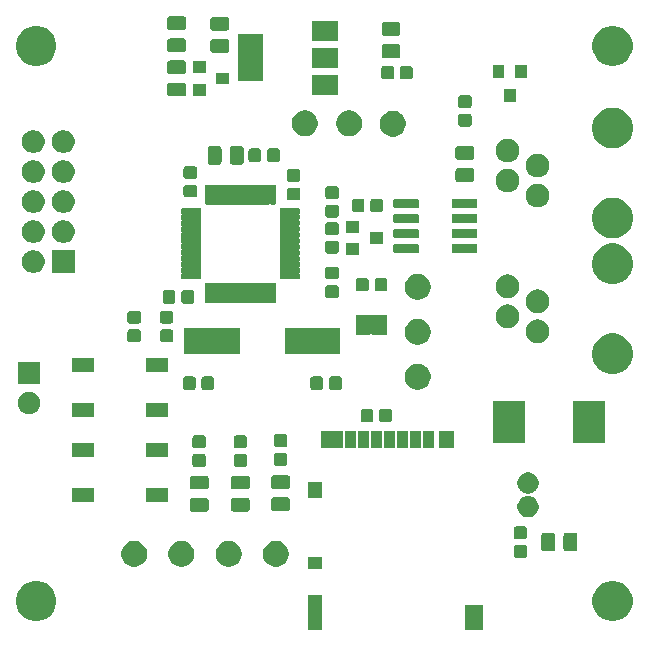
<source format=gts>
G04 #@! TF.GenerationSoftware,KiCad,Pcbnew,5.1.5+dfsg1-2build2*
G04 #@! TF.CreationDate,2020-08-31T23:04:32+02:00*
G04 #@! TF.ProjectId,Telemetry,54656c65-6d65-4747-9279-2e6b69636164,rev?*
G04 #@! TF.SameCoordinates,Original*
G04 #@! TF.FileFunction,Soldermask,Top*
G04 #@! TF.FilePolarity,Negative*
%FSLAX46Y46*%
G04 Gerber Fmt 4.6, Leading zero omitted, Abs format (unit mm)*
G04 Created by KiCad (PCBNEW 5.1.5+dfsg1-2build2) date 2020-08-31 23:04:32*
%MOMM*%
%LPD*%
G04 APERTURE LIST*
%ADD10C,0.100000*%
G04 APERTURE END LIST*
D10*
G36*
X145050000Y-153450000D02*
G01*
X143550000Y-153450000D01*
X143550000Y-151350000D01*
X145050000Y-151350000D01*
X145050000Y-153450000D01*
G37*
G36*
X131400000Y-153450000D02*
G01*
X130200000Y-153450000D01*
X130200000Y-150450000D01*
X131400000Y-150450000D01*
X131400000Y-153450000D01*
G37*
G36*
X107695872Y-149365330D02*
G01*
X108005252Y-149493479D01*
X108283687Y-149679523D01*
X108520477Y-149916313D01*
X108706521Y-150194748D01*
X108834670Y-150504128D01*
X108900000Y-150832565D01*
X108900000Y-151167435D01*
X108834670Y-151495872D01*
X108706521Y-151805252D01*
X108520477Y-152083687D01*
X108283687Y-152320477D01*
X108005252Y-152506521D01*
X107695872Y-152634670D01*
X107367435Y-152700000D01*
X107032565Y-152700000D01*
X106704128Y-152634670D01*
X106394748Y-152506521D01*
X106116313Y-152320477D01*
X105879523Y-152083687D01*
X105693479Y-151805252D01*
X105565330Y-151495872D01*
X105500000Y-151167435D01*
X105500000Y-150832565D01*
X105565330Y-150504128D01*
X105693479Y-150194748D01*
X105879523Y-149916313D01*
X106116313Y-149679523D01*
X106394748Y-149493479D01*
X106704128Y-149365330D01*
X107032565Y-149300000D01*
X107367435Y-149300000D01*
X107695872Y-149365330D01*
G37*
G36*
X156495872Y-149365330D02*
G01*
X156805252Y-149493479D01*
X157083687Y-149679523D01*
X157320477Y-149916313D01*
X157506521Y-150194748D01*
X157634670Y-150504128D01*
X157700000Y-150832565D01*
X157700000Y-151167435D01*
X157634670Y-151495872D01*
X157506521Y-151805252D01*
X157320477Y-152083687D01*
X157083687Y-152320477D01*
X156805252Y-152506521D01*
X156495872Y-152634670D01*
X156167435Y-152700000D01*
X155832565Y-152700000D01*
X155504128Y-152634670D01*
X155194748Y-152506521D01*
X154916313Y-152320477D01*
X154679523Y-152083687D01*
X154493479Y-151805252D01*
X154365330Y-151495872D01*
X154300000Y-151167435D01*
X154300000Y-150832565D01*
X154365330Y-150504128D01*
X154493479Y-150194748D01*
X154679523Y-149916313D01*
X154916313Y-149679523D01*
X155194748Y-149493479D01*
X155504128Y-149365330D01*
X155832565Y-149300000D01*
X156167435Y-149300000D01*
X156495872Y-149365330D01*
G37*
G36*
X131400000Y-148300000D02*
G01*
X130200000Y-148300000D01*
X130200000Y-147300000D01*
X131400000Y-147300000D01*
X131400000Y-148300000D01*
G37*
G36*
X115820856Y-145942272D02*
G01*
X116021048Y-146025194D01*
X116201208Y-146145573D01*
X116354427Y-146298792D01*
X116474806Y-146478952D01*
X116557728Y-146679144D01*
X116600000Y-146891657D01*
X116600000Y-147108343D01*
X116557728Y-147320856D01*
X116474806Y-147521048D01*
X116354427Y-147701208D01*
X116201208Y-147854427D01*
X116021048Y-147974806D01*
X115820856Y-148057728D01*
X115608343Y-148100000D01*
X115391657Y-148100000D01*
X115179144Y-148057728D01*
X114978952Y-147974806D01*
X114798792Y-147854427D01*
X114645573Y-147701208D01*
X114525194Y-147521048D01*
X114442272Y-147320856D01*
X114400000Y-147108343D01*
X114400000Y-146891657D01*
X114442272Y-146679144D01*
X114525194Y-146478952D01*
X114645573Y-146298792D01*
X114798792Y-146145573D01*
X114978952Y-146025194D01*
X115179144Y-145942272D01*
X115391657Y-145900000D01*
X115608343Y-145900000D01*
X115820856Y-145942272D01*
G37*
G36*
X119820856Y-145942272D02*
G01*
X120021048Y-146025194D01*
X120201208Y-146145573D01*
X120354427Y-146298792D01*
X120474806Y-146478952D01*
X120557728Y-146679144D01*
X120600000Y-146891657D01*
X120600000Y-147108343D01*
X120557728Y-147320856D01*
X120474806Y-147521048D01*
X120354427Y-147701208D01*
X120201208Y-147854427D01*
X120021048Y-147974806D01*
X119820856Y-148057728D01*
X119608343Y-148100000D01*
X119391657Y-148100000D01*
X119179144Y-148057728D01*
X118978952Y-147974806D01*
X118798792Y-147854427D01*
X118645573Y-147701208D01*
X118525194Y-147521048D01*
X118442272Y-147320856D01*
X118400000Y-147108343D01*
X118400000Y-146891657D01*
X118442272Y-146679144D01*
X118525194Y-146478952D01*
X118645573Y-146298792D01*
X118798792Y-146145573D01*
X118978952Y-146025194D01*
X119179144Y-145942272D01*
X119391657Y-145900000D01*
X119608343Y-145900000D01*
X119820856Y-145942272D01*
G37*
G36*
X123820856Y-145942272D02*
G01*
X124021048Y-146025194D01*
X124201208Y-146145573D01*
X124354427Y-146298792D01*
X124474806Y-146478952D01*
X124557728Y-146679144D01*
X124600000Y-146891657D01*
X124600000Y-147108343D01*
X124557728Y-147320856D01*
X124474806Y-147521048D01*
X124354427Y-147701208D01*
X124201208Y-147854427D01*
X124021048Y-147974806D01*
X123820856Y-148057728D01*
X123608343Y-148100000D01*
X123391657Y-148100000D01*
X123179144Y-148057728D01*
X122978952Y-147974806D01*
X122798792Y-147854427D01*
X122645573Y-147701208D01*
X122525194Y-147521048D01*
X122442272Y-147320856D01*
X122400000Y-147108343D01*
X122400000Y-146891657D01*
X122442272Y-146679144D01*
X122525194Y-146478952D01*
X122645573Y-146298792D01*
X122798792Y-146145573D01*
X122978952Y-146025194D01*
X123179144Y-145942272D01*
X123391657Y-145900000D01*
X123608343Y-145900000D01*
X123820856Y-145942272D01*
G37*
G36*
X127820856Y-145942272D02*
G01*
X128021048Y-146025194D01*
X128201208Y-146145573D01*
X128354427Y-146298792D01*
X128474806Y-146478952D01*
X128557728Y-146679144D01*
X128600000Y-146891657D01*
X128600000Y-147108343D01*
X128557728Y-147320856D01*
X128474806Y-147521048D01*
X128354427Y-147701208D01*
X128201208Y-147854427D01*
X128021048Y-147974806D01*
X127820856Y-148057728D01*
X127608343Y-148100000D01*
X127391657Y-148100000D01*
X127179144Y-148057728D01*
X126978952Y-147974806D01*
X126798792Y-147854427D01*
X126645573Y-147701208D01*
X126525194Y-147521048D01*
X126442272Y-147320856D01*
X126400000Y-147108343D01*
X126400000Y-146891657D01*
X126442272Y-146679144D01*
X126525194Y-146478952D01*
X126645573Y-146298792D01*
X126798792Y-146145573D01*
X126978952Y-146025194D01*
X127179144Y-145942272D01*
X127391657Y-145900000D01*
X127608343Y-145900000D01*
X127820856Y-145942272D01*
G37*
G36*
X148598832Y-146254678D02*
G01*
X148639774Y-146267097D01*
X148677512Y-146287269D01*
X148710588Y-146314412D01*
X148737731Y-146347488D01*
X148757903Y-146385226D01*
X148770322Y-146426168D01*
X148775000Y-146473658D01*
X148775000Y-147101342D01*
X148770322Y-147148832D01*
X148757903Y-147189774D01*
X148737731Y-147227512D01*
X148710588Y-147260588D01*
X148677512Y-147287731D01*
X148639774Y-147307903D01*
X148598832Y-147320322D01*
X148551342Y-147325000D01*
X147848658Y-147325000D01*
X147801168Y-147320322D01*
X147760226Y-147307903D01*
X147722488Y-147287731D01*
X147689412Y-147260588D01*
X147662269Y-147227512D01*
X147642097Y-147189774D01*
X147629678Y-147148832D01*
X147625000Y-147101342D01*
X147625000Y-146473658D01*
X147629678Y-146426168D01*
X147642097Y-146385226D01*
X147662269Y-146347488D01*
X147689412Y-146314412D01*
X147722488Y-146287269D01*
X147760226Y-146267097D01*
X147801168Y-146254678D01*
X147848658Y-146250000D01*
X148551342Y-146250000D01*
X148598832Y-146254678D01*
G37*
G36*
X152828708Y-145205158D02*
G01*
X152874345Y-145219001D01*
X152916400Y-145241480D01*
X152953265Y-145271735D01*
X152983520Y-145308600D01*
X153005999Y-145350655D01*
X153019842Y-145396292D01*
X153025000Y-145448658D01*
X153025000Y-146551342D01*
X153019842Y-146603708D01*
X153005999Y-146649345D01*
X152983520Y-146691400D01*
X152953265Y-146728265D01*
X152916400Y-146758520D01*
X152874345Y-146780999D01*
X152828708Y-146794842D01*
X152776342Y-146800000D01*
X152098658Y-146800000D01*
X152046292Y-146794842D01*
X152000655Y-146780999D01*
X151958600Y-146758520D01*
X151921735Y-146728265D01*
X151891480Y-146691400D01*
X151869001Y-146649345D01*
X151855158Y-146603708D01*
X151850000Y-146551342D01*
X151850000Y-145448658D01*
X151855158Y-145396292D01*
X151869001Y-145350655D01*
X151891480Y-145308600D01*
X151921735Y-145271735D01*
X151958600Y-145241480D01*
X152000655Y-145219001D01*
X152046292Y-145205158D01*
X152098658Y-145200000D01*
X152776342Y-145200000D01*
X152828708Y-145205158D01*
G37*
G36*
X150953708Y-145205158D02*
G01*
X150999345Y-145219001D01*
X151041400Y-145241480D01*
X151078265Y-145271735D01*
X151108520Y-145308600D01*
X151130999Y-145350655D01*
X151144842Y-145396292D01*
X151150000Y-145448658D01*
X151150000Y-146551342D01*
X151144842Y-146603708D01*
X151130999Y-146649345D01*
X151108520Y-146691400D01*
X151078265Y-146728265D01*
X151041400Y-146758520D01*
X150999345Y-146780999D01*
X150953708Y-146794842D01*
X150901342Y-146800000D01*
X150223658Y-146800000D01*
X150171292Y-146794842D01*
X150125655Y-146780999D01*
X150083600Y-146758520D01*
X150046735Y-146728265D01*
X150016480Y-146691400D01*
X149994001Y-146649345D01*
X149980158Y-146603708D01*
X149975000Y-146551342D01*
X149975000Y-145448658D01*
X149980158Y-145396292D01*
X149994001Y-145350655D01*
X150016480Y-145308600D01*
X150046735Y-145271735D01*
X150083600Y-145241480D01*
X150125655Y-145219001D01*
X150171292Y-145205158D01*
X150223658Y-145200000D01*
X150901342Y-145200000D01*
X150953708Y-145205158D01*
G37*
G36*
X148598832Y-144679678D02*
G01*
X148639774Y-144692097D01*
X148677512Y-144712269D01*
X148710588Y-144739412D01*
X148737731Y-144772488D01*
X148757903Y-144810226D01*
X148770322Y-144851168D01*
X148775000Y-144898658D01*
X148775000Y-145526342D01*
X148770322Y-145573832D01*
X148757903Y-145614774D01*
X148737731Y-145652512D01*
X148710588Y-145685588D01*
X148677512Y-145712731D01*
X148639774Y-145732903D01*
X148598832Y-145745322D01*
X148551342Y-145750000D01*
X147848658Y-145750000D01*
X147801168Y-145745322D01*
X147760226Y-145732903D01*
X147722488Y-145712731D01*
X147689412Y-145685588D01*
X147662269Y-145652512D01*
X147642097Y-145614774D01*
X147629678Y-145573832D01*
X147625000Y-145526342D01*
X147625000Y-144898658D01*
X147629678Y-144851168D01*
X147642097Y-144810226D01*
X147662269Y-144772488D01*
X147689412Y-144739412D01*
X147722488Y-144712269D01*
X147760226Y-144692097D01*
X147801168Y-144679678D01*
X147848658Y-144675000D01*
X148551342Y-144675000D01*
X148598832Y-144679678D01*
G37*
G36*
X149112520Y-142134586D02*
G01*
X149112522Y-142134587D01*
X149112523Y-142134587D01*
X149173025Y-142159648D01*
X149276310Y-142202430D01*
X149423717Y-142300924D01*
X149549076Y-142426283D01*
X149647570Y-142573690D01*
X149715414Y-142737480D01*
X149750000Y-142911358D01*
X149750000Y-143088642D01*
X149715414Y-143262520D01*
X149647570Y-143426310D01*
X149549076Y-143573717D01*
X149423717Y-143699076D01*
X149276310Y-143797570D01*
X149173025Y-143840352D01*
X149112523Y-143865413D01*
X149112522Y-143865413D01*
X149112520Y-143865414D01*
X148938642Y-143900000D01*
X148761358Y-143900000D01*
X148587480Y-143865414D01*
X148587478Y-143865413D01*
X148587477Y-143865413D01*
X148526975Y-143840352D01*
X148423690Y-143797570D01*
X148276283Y-143699076D01*
X148150924Y-143573717D01*
X148052430Y-143426310D01*
X147984586Y-143262520D01*
X147950000Y-143088642D01*
X147950000Y-142911358D01*
X147984586Y-142737480D01*
X148052430Y-142573690D01*
X148150924Y-142426283D01*
X148276283Y-142300924D01*
X148423690Y-142202430D01*
X148526975Y-142159648D01*
X148587477Y-142134587D01*
X148587478Y-142134587D01*
X148587480Y-142134586D01*
X148761358Y-142100000D01*
X148938642Y-142100000D01*
X149112520Y-142134586D01*
G37*
G36*
X121603708Y-142255158D02*
G01*
X121649345Y-142269001D01*
X121691400Y-142291480D01*
X121728265Y-142321735D01*
X121758520Y-142358600D01*
X121780999Y-142400655D01*
X121794842Y-142446292D01*
X121800000Y-142498658D01*
X121800000Y-143176342D01*
X121794842Y-143228708D01*
X121780999Y-143274345D01*
X121758520Y-143316400D01*
X121728265Y-143353265D01*
X121691400Y-143383520D01*
X121649345Y-143405999D01*
X121603708Y-143419842D01*
X121551342Y-143425000D01*
X120448658Y-143425000D01*
X120396292Y-143419842D01*
X120350655Y-143405999D01*
X120308600Y-143383520D01*
X120271735Y-143353265D01*
X120241480Y-143316400D01*
X120219001Y-143274345D01*
X120205158Y-143228708D01*
X120200000Y-143176342D01*
X120200000Y-142498658D01*
X120205158Y-142446292D01*
X120219001Y-142400655D01*
X120241480Y-142358600D01*
X120271735Y-142321735D01*
X120308600Y-142291480D01*
X120350655Y-142269001D01*
X120396292Y-142255158D01*
X120448658Y-142250000D01*
X121551342Y-142250000D01*
X121603708Y-142255158D01*
G37*
G36*
X125103708Y-142255158D02*
G01*
X125149345Y-142269001D01*
X125191400Y-142291480D01*
X125228265Y-142321735D01*
X125258520Y-142358600D01*
X125280999Y-142400655D01*
X125294842Y-142446292D01*
X125300000Y-142498658D01*
X125300000Y-143176342D01*
X125294842Y-143228708D01*
X125280999Y-143274345D01*
X125258520Y-143316400D01*
X125228265Y-143353265D01*
X125191400Y-143383520D01*
X125149345Y-143405999D01*
X125103708Y-143419842D01*
X125051342Y-143425000D01*
X123948658Y-143425000D01*
X123896292Y-143419842D01*
X123850655Y-143405999D01*
X123808600Y-143383520D01*
X123771735Y-143353265D01*
X123741480Y-143316400D01*
X123719001Y-143274345D01*
X123705158Y-143228708D01*
X123700000Y-143176342D01*
X123700000Y-142498658D01*
X123705158Y-142446292D01*
X123719001Y-142400655D01*
X123741480Y-142358600D01*
X123771735Y-142321735D01*
X123808600Y-142291480D01*
X123850655Y-142269001D01*
X123896292Y-142255158D01*
X123948658Y-142250000D01*
X125051342Y-142250000D01*
X125103708Y-142255158D01*
G37*
G36*
X128503708Y-142217158D02*
G01*
X128549345Y-142231001D01*
X128591400Y-142253480D01*
X128628265Y-142283735D01*
X128658520Y-142320600D01*
X128680999Y-142362655D01*
X128694842Y-142408292D01*
X128700000Y-142460658D01*
X128700000Y-143138342D01*
X128694842Y-143190708D01*
X128680999Y-143236345D01*
X128658520Y-143278400D01*
X128628265Y-143315265D01*
X128591400Y-143345520D01*
X128549345Y-143367999D01*
X128503708Y-143381842D01*
X128451342Y-143387000D01*
X127348658Y-143387000D01*
X127296292Y-143381842D01*
X127250655Y-143367999D01*
X127208600Y-143345520D01*
X127171735Y-143315265D01*
X127141480Y-143278400D01*
X127119001Y-143236345D01*
X127105158Y-143190708D01*
X127100000Y-143138342D01*
X127100000Y-142460658D01*
X127105158Y-142408292D01*
X127119001Y-142362655D01*
X127141480Y-142320600D01*
X127171735Y-142283735D01*
X127208600Y-142253480D01*
X127250655Y-142231001D01*
X127296292Y-142217158D01*
X127348658Y-142212000D01*
X128451342Y-142212000D01*
X128503708Y-142217158D01*
G37*
G36*
X118400000Y-142600000D02*
G01*
X116500000Y-142600000D01*
X116500000Y-141400000D01*
X118400000Y-141400000D01*
X118400000Y-142600000D01*
G37*
G36*
X112100000Y-142600000D02*
G01*
X110200000Y-142600000D01*
X110200000Y-141400000D01*
X112100000Y-141400000D01*
X112100000Y-142600000D01*
G37*
G36*
X131400000Y-142300000D02*
G01*
X130200000Y-142300000D01*
X130200000Y-140900000D01*
X131400000Y-140900000D01*
X131400000Y-142300000D01*
G37*
G36*
X149112520Y-140134586D02*
G01*
X149112522Y-140134587D01*
X149112523Y-140134587D01*
X149173025Y-140159648D01*
X149276310Y-140202430D01*
X149423717Y-140300924D01*
X149549076Y-140426283D01*
X149647570Y-140573690D01*
X149715414Y-140737480D01*
X149750000Y-140911358D01*
X149750000Y-141088642D01*
X149724220Y-141218250D01*
X149715413Y-141262523D01*
X149699333Y-141301342D01*
X149647570Y-141426310D01*
X149549076Y-141573717D01*
X149423717Y-141699076D01*
X149276310Y-141797570D01*
X149173025Y-141840352D01*
X149112523Y-141865413D01*
X149112522Y-141865413D01*
X149112520Y-141865414D01*
X148938642Y-141900000D01*
X148761358Y-141900000D01*
X148587480Y-141865414D01*
X148587478Y-141865413D01*
X148587477Y-141865413D01*
X148526975Y-141840352D01*
X148423690Y-141797570D01*
X148276283Y-141699076D01*
X148150924Y-141573717D01*
X148052430Y-141426310D01*
X148000667Y-141301342D01*
X147984587Y-141262523D01*
X147975781Y-141218250D01*
X147950000Y-141088642D01*
X147950000Y-140911358D01*
X147984586Y-140737480D01*
X148052430Y-140573690D01*
X148150924Y-140426283D01*
X148276283Y-140300924D01*
X148423690Y-140202430D01*
X148526975Y-140159648D01*
X148587477Y-140134587D01*
X148587478Y-140134587D01*
X148587480Y-140134586D01*
X148761358Y-140100000D01*
X148938642Y-140100000D01*
X149112520Y-140134586D01*
G37*
G36*
X125103708Y-140380158D02*
G01*
X125149345Y-140394001D01*
X125191400Y-140416480D01*
X125228265Y-140446735D01*
X125258520Y-140483600D01*
X125280999Y-140525655D01*
X125294842Y-140571292D01*
X125300000Y-140623658D01*
X125300000Y-141301342D01*
X125294842Y-141353708D01*
X125280999Y-141399345D01*
X125258520Y-141441400D01*
X125228265Y-141478265D01*
X125191400Y-141508520D01*
X125149345Y-141530999D01*
X125103708Y-141544842D01*
X125051342Y-141550000D01*
X123948658Y-141550000D01*
X123896292Y-141544842D01*
X123850655Y-141530999D01*
X123808600Y-141508520D01*
X123771735Y-141478265D01*
X123741480Y-141441400D01*
X123719001Y-141399345D01*
X123705158Y-141353708D01*
X123700000Y-141301342D01*
X123700000Y-140623658D01*
X123705158Y-140571292D01*
X123719001Y-140525655D01*
X123741480Y-140483600D01*
X123771735Y-140446735D01*
X123808600Y-140416480D01*
X123850655Y-140394001D01*
X123896292Y-140380158D01*
X123948658Y-140375000D01*
X125051342Y-140375000D01*
X125103708Y-140380158D01*
G37*
G36*
X121603708Y-140380158D02*
G01*
X121649345Y-140394001D01*
X121691400Y-140416480D01*
X121728265Y-140446735D01*
X121758520Y-140483600D01*
X121780999Y-140525655D01*
X121794842Y-140571292D01*
X121800000Y-140623658D01*
X121800000Y-141301342D01*
X121794842Y-141353708D01*
X121780999Y-141399345D01*
X121758520Y-141441400D01*
X121728265Y-141478265D01*
X121691400Y-141508520D01*
X121649345Y-141530999D01*
X121603708Y-141544842D01*
X121551342Y-141550000D01*
X120448658Y-141550000D01*
X120396292Y-141544842D01*
X120350655Y-141530999D01*
X120308600Y-141508520D01*
X120271735Y-141478265D01*
X120241480Y-141441400D01*
X120219001Y-141399345D01*
X120205158Y-141353708D01*
X120200000Y-141301342D01*
X120200000Y-140623658D01*
X120205158Y-140571292D01*
X120219001Y-140525655D01*
X120241480Y-140483600D01*
X120271735Y-140446735D01*
X120308600Y-140416480D01*
X120350655Y-140394001D01*
X120396292Y-140380158D01*
X120448658Y-140375000D01*
X121551342Y-140375000D01*
X121603708Y-140380158D01*
G37*
G36*
X128503708Y-140342158D02*
G01*
X128549345Y-140356001D01*
X128591400Y-140378480D01*
X128628265Y-140408735D01*
X128658520Y-140445600D01*
X128680999Y-140487655D01*
X128694842Y-140533292D01*
X128700000Y-140585658D01*
X128700000Y-141263342D01*
X128694842Y-141315708D01*
X128680999Y-141361345D01*
X128658520Y-141403400D01*
X128628265Y-141440265D01*
X128591400Y-141470520D01*
X128549345Y-141492999D01*
X128503708Y-141506842D01*
X128451342Y-141512000D01*
X127348658Y-141512000D01*
X127296292Y-141506842D01*
X127250655Y-141492999D01*
X127208600Y-141470520D01*
X127171735Y-141440265D01*
X127141480Y-141403400D01*
X127119001Y-141361345D01*
X127105158Y-141315708D01*
X127100000Y-141263342D01*
X127100000Y-140585658D01*
X127105158Y-140533292D01*
X127119001Y-140487655D01*
X127141480Y-140445600D01*
X127171735Y-140408735D01*
X127208600Y-140378480D01*
X127250655Y-140356001D01*
X127296292Y-140342158D01*
X127348658Y-140337000D01*
X128451342Y-140337000D01*
X128503708Y-140342158D01*
G37*
G36*
X124898832Y-138554678D02*
G01*
X124939774Y-138567097D01*
X124977512Y-138587269D01*
X125010588Y-138614412D01*
X125037731Y-138647488D01*
X125057903Y-138685226D01*
X125070322Y-138726168D01*
X125075000Y-138773658D01*
X125075000Y-139401342D01*
X125070322Y-139448832D01*
X125057903Y-139489774D01*
X125037731Y-139527512D01*
X125010588Y-139560588D01*
X124977512Y-139587731D01*
X124939774Y-139607903D01*
X124898832Y-139620322D01*
X124851342Y-139625000D01*
X124148658Y-139625000D01*
X124101168Y-139620322D01*
X124060226Y-139607903D01*
X124022488Y-139587731D01*
X123989412Y-139560588D01*
X123962269Y-139527512D01*
X123942097Y-139489774D01*
X123929678Y-139448832D01*
X123925000Y-139401342D01*
X123925000Y-138773658D01*
X123929678Y-138726168D01*
X123942097Y-138685226D01*
X123962269Y-138647488D01*
X123989412Y-138614412D01*
X124022488Y-138587269D01*
X124060226Y-138567097D01*
X124101168Y-138554678D01*
X124148658Y-138550000D01*
X124851342Y-138550000D01*
X124898832Y-138554678D01*
G37*
G36*
X121398832Y-138554678D02*
G01*
X121439774Y-138567097D01*
X121477512Y-138587269D01*
X121510588Y-138614412D01*
X121537731Y-138647488D01*
X121557903Y-138685226D01*
X121570322Y-138726168D01*
X121575000Y-138773658D01*
X121575000Y-139401342D01*
X121570322Y-139448832D01*
X121557903Y-139489774D01*
X121537731Y-139527512D01*
X121510588Y-139560588D01*
X121477512Y-139587731D01*
X121439774Y-139607903D01*
X121398832Y-139620322D01*
X121351342Y-139625000D01*
X120648658Y-139625000D01*
X120601168Y-139620322D01*
X120560226Y-139607903D01*
X120522488Y-139587731D01*
X120489412Y-139560588D01*
X120462269Y-139527512D01*
X120442097Y-139489774D01*
X120429678Y-139448832D01*
X120425000Y-139401342D01*
X120425000Y-138773658D01*
X120429678Y-138726168D01*
X120442097Y-138685226D01*
X120462269Y-138647488D01*
X120489412Y-138614412D01*
X120522488Y-138587269D01*
X120560226Y-138567097D01*
X120601168Y-138554678D01*
X120648658Y-138550000D01*
X121351342Y-138550000D01*
X121398832Y-138554678D01*
G37*
G36*
X128298832Y-138454678D02*
G01*
X128339774Y-138467097D01*
X128377512Y-138487269D01*
X128410588Y-138514412D01*
X128437731Y-138547488D01*
X128457903Y-138585226D01*
X128470322Y-138626168D01*
X128475000Y-138673658D01*
X128475000Y-139301342D01*
X128470322Y-139348832D01*
X128457903Y-139389774D01*
X128437731Y-139427512D01*
X128410588Y-139460588D01*
X128377512Y-139487731D01*
X128339774Y-139507903D01*
X128298832Y-139520322D01*
X128251342Y-139525000D01*
X127548658Y-139525000D01*
X127501168Y-139520322D01*
X127460226Y-139507903D01*
X127422488Y-139487731D01*
X127389412Y-139460588D01*
X127362269Y-139427512D01*
X127342097Y-139389774D01*
X127329678Y-139348832D01*
X127325000Y-139301342D01*
X127325000Y-138673658D01*
X127329678Y-138626168D01*
X127342097Y-138585226D01*
X127362269Y-138547488D01*
X127389412Y-138514412D01*
X127422488Y-138487269D01*
X127460226Y-138467097D01*
X127501168Y-138454678D01*
X127548658Y-138450000D01*
X128251342Y-138450000D01*
X128298832Y-138454678D01*
G37*
G36*
X118400000Y-138800000D02*
G01*
X116500000Y-138800000D01*
X116500000Y-137600000D01*
X118400000Y-137600000D01*
X118400000Y-138800000D01*
G37*
G36*
X112100000Y-138800000D02*
G01*
X110200000Y-138800000D01*
X110200000Y-137600000D01*
X112100000Y-137600000D01*
X112100000Y-138800000D01*
G37*
G36*
X124898832Y-136979678D02*
G01*
X124939774Y-136992097D01*
X124977512Y-137012269D01*
X125010588Y-137039412D01*
X125037731Y-137072488D01*
X125057903Y-137110226D01*
X125070322Y-137151168D01*
X125075000Y-137198658D01*
X125075000Y-137826342D01*
X125070322Y-137873832D01*
X125057903Y-137914774D01*
X125037731Y-137952512D01*
X125010588Y-137985588D01*
X124977512Y-138012731D01*
X124939774Y-138032903D01*
X124898832Y-138045322D01*
X124851342Y-138050000D01*
X124148658Y-138050000D01*
X124101168Y-138045322D01*
X124060226Y-138032903D01*
X124022488Y-138012731D01*
X123989412Y-137985588D01*
X123962269Y-137952512D01*
X123942097Y-137914774D01*
X123929678Y-137873832D01*
X123925000Y-137826342D01*
X123925000Y-137198658D01*
X123929678Y-137151168D01*
X123942097Y-137110226D01*
X123962269Y-137072488D01*
X123989412Y-137039412D01*
X124022488Y-137012269D01*
X124060226Y-136992097D01*
X124101168Y-136979678D01*
X124148658Y-136975000D01*
X124851342Y-136975000D01*
X124898832Y-136979678D01*
G37*
G36*
X121398832Y-136979678D02*
G01*
X121439774Y-136992097D01*
X121477512Y-137012269D01*
X121510588Y-137039412D01*
X121537731Y-137072488D01*
X121557903Y-137110226D01*
X121570322Y-137151168D01*
X121575000Y-137198658D01*
X121575000Y-137826342D01*
X121570322Y-137873832D01*
X121557903Y-137914774D01*
X121537731Y-137952512D01*
X121510588Y-137985588D01*
X121477512Y-138012731D01*
X121439774Y-138032903D01*
X121398832Y-138045322D01*
X121351342Y-138050000D01*
X120648658Y-138050000D01*
X120601168Y-138045322D01*
X120560226Y-138032903D01*
X120522488Y-138012731D01*
X120489412Y-137985588D01*
X120462269Y-137952512D01*
X120442097Y-137914774D01*
X120429678Y-137873832D01*
X120425000Y-137826342D01*
X120425000Y-137198658D01*
X120429678Y-137151168D01*
X120442097Y-137110226D01*
X120462269Y-137072488D01*
X120489412Y-137039412D01*
X120522488Y-137012269D01*
X120560226Y-136992097D01*
X120601168Y-136979678D01*
X120648658Y-136975000D01*
X121351342Y-136975000D01*
X121398832Y-136979678D01*
G37*
G36*
X138650000Y-138000000D02*
G01*
X137750000Y-138000000D01*
X137750000Y-136600000D01*
X138650000Y-136600000D01*
X138650000Y-138000000D01*
G37*
G36*
X134250000Y-138000000D02*
G01*
X133350000Y-138000000D01*
X133350000Y-136600000D01*
X134250000Y-136600000D01*
X134250000Y-138000000D01*
G37*
G36*
X133150000Y-138000000D02*
G01*
X131300000Y-138000000D01*
X131300000Y-136600000D01*
X133150000Y-136600000D01*
X133150000Y-138000000D01*
G37*
G36*
X136450000Y-138000000D02*
G01*
X135550000Y-138000000D01*
X135550000Y-136600000D01*
X136450000Y-136600000D01*
X136450000Y-138000000D01*
G37*
G36*
X142550000Y-138000000D02*
G01*
X141350000Y-138000000D01*
X141350000Y-136600000D01*
X142550000Y-136600000D01*
X142550000Y-138000000D01*
G37*
G36*
X135350000Y-138000000D02*
G01*
X134450000Y-138000000D01*
X134450000Y-136600000D01*
X135350000Y-136600000D01*
X135350000Y-138000000D01*
G37*
G36*
X140850000Y-138000000D02*
G01*
X139950000Y-138000000D01*
X139950000Y-136600000D01*
X140850000Y-136600000D01*
X140850000Y-138000000D01*
G37*
G36*
X139750000Y-138000000D02*
G01*
X138850000Y-138000000D01*
X138850000Y-136600000D01*
X139750000Y-136600000D01*
X139750000Y-138000000D01*
G37*
G36*
X137550000Y-138000000D02*
G01*
X136650000Y-138000000D01*
X136650000Y-136600000D01*
X137550000Y-136600000D01*
X137550000Y-138000000D01*
G37*
G36*
X128298832Y-136879678D02*
G01*
X128339774Y-136892097D01*
X128377512Y-136912269D01*
X128410588Y-136939412D01*
X128437731Y-136972488D01*
X128457903Y-137010226D01*
X128470322Y-137051168D01*
X128475000Y-137098658D01*
X128475000Y-137726342D01*
X128470322Y-137773832D01*
X128457903Y-137814774D01*
X128437731Y-137852512D01*
X128410588Y-137885588D01*
X128377512Y-137912731D01*
X128339774Y-137932903D01*
X128298832Y-137945322D01*
X128251342Y-137950000D01*
X127548658Y-137950000D01*
X127501168Y-137945322D01*
X127460226Y-137932903D01*
X127422488Y-137912731D01*
X127389412Y-137885588D01*
X127362269Y-137852512D01*
X127342097Y-137814774D01*
X127329678Y-137773832D01*
X127325000Y-137726342D01*
X127325000Y-137098658D01*
X127329678Y-137051168D01*
X127342097Y-137010226D01*
X127362269Y-136972488D01*
X127389412Y-136939412D01*
X127422488Y-136912269D01*
X127460226Y-136892097D01*
X127501168Y-136879678D01*
X127548658Y-136875000D01*
X128251342Y-136875000D01*
X128298832Y-136879678D01*
G37*
G36*
X155350000Y-137600000D02*
G01*
X152650000Y-137600000D01*
X152650000Y-134100000D01*
X155350000Y-134100000D01*
X155350000Y-137600000D01*
G37*
G36*
X148550000Y-137600000D02*
G01*
X145850000Y-137600000D01*
X145850000Y-134100000D01*
X148550000Y-134100000D01*
X148550000Y-137600000D01*
G37*
G36*
X137148832Y-134729678D02*
G01*
X137189774Y-134742097D01*
X137227512Y-134762269D01*
X137260588Y-134789412D01*
X137287731Y-134822488D01*
X137307903Y-134860226D01*
X137320322Y-134901168D01*
X137325000Y-134948658D01*
X137325000Y-135651342D01*
X137320322Y-135698832D01*
X137307903Y-135739774D01*
X137287731Y-135777512D01*
X137260588Y-135810588D01*
X137227512Y-135837731D01*
X137189774Y-135857903D01*
X137148832Y-135870322D01*
X137101342Y-135875000D01*
X136473658Y-135875000D01*
X136426168Y-135870322D01*
X136385226Y-135857903D01*
X136347488Y-135837731D01*
X136314412Y-135810588D01*
X136287269Y-135777512D01*
X136267097Y-135739774D01*
X136254678Y-135698832D01*
X136250000Y-135651342D01*
X136250000Y-134948658D01*
X136254678Y-134901168D01*
X136267097Y-134860226D01*
X136287269Y-134822488D01*
X136314412Y-134789412D01*
X136347488Y-134762269D01*
X136385226Y-134742097D01*
X136426168Y-134729678D01*
X136473658Y-134725000D01*
X137101342Y-134725000D01*
X137148832Y-134729678D01*
G37*
G36*
X135573832Y-134729678D02*
G01*
X135614774Y-134742097D01*
X135652512Y-134762269D01*
X135685588Y-134789412D01*
X135712731Y-134822488D01*
X135732903Y-134860226D01*
X135745322Y-134901168D01*
X135750000Y-134948658D01*
X135750000Y-135651342D01*
X135745322Y-135698832D01*
X135732903Y-135739774D01*
X135712731Y-135777512D01*
X135685588Y-135810588D01*
X135652512Y-135837731D01*
X135614774Y-135857903D01*
X135573832Y-135870322D01*
X135526342Y-135875000D01*
X134898658Y-135875000D01*
X134851168Y-135870322D01*
X134810226Y-135857903D01*
X134772488Y-135837731D01*
X134739412Y-135810588D01*
X134712269Y-135777512D01*
X134692097Y-135739774D01*
X134679678Y-135698832D01*
X134675000Y-135651342D01*
X134675000Y-134948658D01*
X134679678Y-134901168D01*
X134692097Y-134860226D01*
X134712269Y-134822488D01*
X134739412Y-134789412D01*
X134772488Y-134762269D01*
X134810226Y-134742097D01*
X134851168Y-134729678D01*
X134898658Y-134725000D01*
X135526342Y-134725000D01*
X135573832Y-134729678D01*
G37*
G36*
X112100000Y-135400000D02*
G01*
X110200000Y-135400000D01*
X110200000Y-134200000D01*
X112100000Y-134200000D01*
X112100000Y-135400000D01*
G37*
G36*
X118400000Y-135400000D02*
G01*
X116500000Y-135400000D01*
X116500000Y-134200000D01*
X118400000Y-134200000D01*
X118400000Y-135400000D01*
G37*
G36*
X106877105Y-133326508D02*
G01*
X107049994Y-133398121D01*
X107205590Y-133502087D01*
X107337913Y-133634410D01*
X107441879Y-133790006D01*
X107513492Y-133962895D01*
X107550000Y-134146433D01*
X107550000Y-134333567D01*
X107513492Y-134517105D01*
X107441879Y-134689994D01*
X107337913Y-134845590D01*
X107205590Y-134977913D01*
X107049994Y-135081879D01*
X106877105Y-135153492D01*
X106693567Y-135190000D01*
X106506433Y-135190000D01*
X106322895Y-135153492D01*
X106150006Y-135081879D01*
X105994410Y-134977913D01*
X105862087Y-134845590D01*
X105758121Y-134689994D01*
X105686508Y-134517105D01*
X105650000Y-134333567D01*
X105650000Y-134146433D01*
X105686508Y-133962895D01*
X105758121Y-133790006D01*
X105862087Y-133634410D01*
X105994410Y-133502087D01*
X106150006Y-133398121D01*
X106322895Y-133326508D01*
X106506433Y-133290000D01*
X106693567Y-133290000D01*
X106877105Y-133326508D01*
G37*
G36*
X132898832Y-131979678D02*
G01*
X132939774Y-131992097D01*
X132977512Y-132012269D01*
X133010588Y-132039412D01*
X133037731Y-132072488D01*
X133057903Y-132110226D01*
X133070322Y-132151168D01*
X133075000Y-132198658D01*
X133075000Y-132901342D01*
X133070322Y-132948832D01*
X133057903Y-132989774D01*
X133037731Y-133027512D01*
X133010588Y-133060588D01*
X132977512Y-133087731D01*
X132939774Y-133107903D01*
X132898832Y-133120322D01*
X132851342Y-133125000D01*
X132223658Y-133125000D01*
X132176168Y-133120322D01*
X132135226Y-133107903D01*
X132097488Y-133087731D01*
X132064412Y-133060588D01*
X132037269Y-133027512D01*
X132017097Y-132989774D01*
X132004678Y-132948832D01*
X132000000Y-132901342D01*
X132000000Y-132198658D01*
X132004678Y-132151168D01*
X132017097Y-132110226D01*
X132037269Y-132072488D01*
X132064412Y-132039412D01*
X132097488Y-132012269D01*
X132135226Y-131992097D01*
X132176168Y-131979678D01*
X132223658Y-131975000D01*
X132851342Y-131975000D01*
X132898832Y-131979678D01*
G37*
G36*
X131323832Y-131979678D02*
G01*
X131364774Y-131992097D01*
X131402512Y-132012269D01*
X131435588Y-132039412D01*
X131462731Y-132072488D01*
X131482903Y-132110226D01*
X131495322Y-132151168D01*
X131500000Y-132198658D01*
X131500000Y-132901342D01*
X131495322Y-132948832D01*
X131482903Y-132989774D01*
X131462731Y-133027512D01*
X131435588Y-133060588D01*
X131402512Y-133087731D01*
X131364774Y-133107903D01*
X131323832Y-133120322D01*
X131276342Y-133125000D01*
X130648658Y-133125000D01*
X130601168Y-133120322D01*
X130560226Y-133107903D01*
X130522488Y-133087731D01*
X130489412Y-133060588D01*
X130462269Y-133027512D01*
X130442097Y-132989774D01*
X130429678Y-132948832D01*
X130425000Y-132901342D01*
X130425000Y-132198658D01*
X130429678Y-132151168D01*
X130442097Y-132110226D01*
X130462269Y-132072488D01*
X130489412Y-132039412D01*
X130522488Y-132012269D01*
X130560226Y-131992097D01*
X130601168Y-131979678D01*
X130648658Y-131975000D01*
X131276342Y-131975000D01*
X131323832Y-131979678D01*
G37*
G36*
X120523832Y-131979678D02*
G01*
X120564774Y-131992097D01*
X120602512Y-132012269D01*
X120635588Y-132039412D01*
X120662731Y-132072488D01*
X120682903Y-132110226D01*
X120695322Y-132151168D01*
X120700000Y-132198658D01*
X120700000Y-132901342D01*
X120695322Y-132948832D01*
X120682903Y-132989774D01*
X120662731Y-133027512D01*
X120635588Y-133060588D01*
X120602512Y-133087731D01*
X120564774Y-133107903D01*
X120523832Y-133120322D01*
X120476342Y-133125000D01*
X119848658Y-133125000D01*
X119801168Y-133120322D01*
X119760226Y-133107903D01*
X119722488Y-133087731D01*
X119689412Y-133060588D01*
X119662269Y-133027512D01*
X119642097Y-132989774D01*
X119629678Y-132948832D01*
X119625000Y-132901342D01*
X119625000Y-132198658D01*
X119629678Y-132151168D01*
X119642097Y-132110226D01*
X119662269Y-132072488D01*
X119689412Y-132039412D01*
X119722488Y-132012269D01*
X119760226Y-131992097D01*
X119801168Y-131979678D01*
X119848658Y-131975000D01*
X120476342Y-131975000D01*
X120523832Y-131979678D01*
G37*
G36*
X122098832Y-131979678D02*
G01*
X122139774Y-131992097D01*
X122177512Y-132012269D01*
X122210588Y-132039412D01*
X122237731Y-132072488D01*
X122257903Y-132110226D01*
X122270322Y-132151168D01*
X122275000Y-132198658D01*
X122275000Y-132901342D01*
X122270322Y-132948832D01*
X122257903Y-132989774D01*
X122237731Y-133027512D01*
X122210588Y-133060588D01*
X122177512Y-133087731D01*
X122139774Y-133107903D01*
X122098832Y-133120322D01*
X122051342Y-133125000D01*
X121423658Y-133125000D01*
X121376168Y-133120322D01*
X121335226Y-133107903D01*
X121297488Y-133087731D01*
X121264412Y-133060588D01*
X121237269Y-133027512D01*
X121217097Y-132989774D01*
X121204678Y-132948832D01*
X121200000Y-132901342D01*
X121200000Y-132198658D01*
X121204678Y-132151168D01*
X121217097Y-132110226D01*
X121237269Y-132072488D01*
X121264412Y-132039412D01*
X121297488Y-132012269D01*
X121335226Y-131992097D01*
X121376168Y-131979678D01*
X121423658Y-131975000D01*
X122051342Y-131975000D01*
X122098832Y-131979678D01*
G37*
G36*
X139820856Y-130942272D02*
G01*
X140021048Y-131025194D01*
X140201208Y-131145573D01*
X140354427Y-131298792D01*
X140474806Y-131478952D01*
X140557728Y-131679144D01*
X140600000Y-131891657D01*
X140600000Y-132108343D01*
X140557728Y-132320856D01*
X140474806Y-132521048D01*
X140354427Y-132701208D01*
X140201208Y-132854427D01*
X140021048Y-132974806D01*
X139820856Y-133057728D01*
X139608343Y-133100000D01*
X139391657Y-133100000D01*
X139179144Y-133057728D01*
X138978952Y-132974806D01*
X138798792Y-132854427D01*
X138645573Y-132701208D01*
X138525194Y-132521048D01*
X138442272Y-132320856D01*
X138400000Y-132108343D01*
X138400000Y-131891657D01*
X138442272Y-131679144D01*
X138525194Y-131478952D01*
X138645573Y-131298792D01*
X138798792Y-131145573D01*
X138978952Y-131025194D01*
X139179144Y-130942272D01*
X139391657Y-130900000D01*
X139608343Y-130900000D01*
X139820856Y-130942272D01*
G37*
G36*
X107550000Y-132650000D02*
G01*
X105650000Y-132650000D01*
X105650000Y-130750000D01*
X107550000Y-130750000D01*
X107550000Y-132650000D01*
G37*
G36*
X156503164Y-128401290D02*
G01*
X156817094Y-128531324D01*
X157099624Y-128720105D01*
X157339895Y-128960376D01*
X157528676Y-129242906D01*
X157658710Y-129556836D01*
X157725000Y-129890102D01*
X157725000Y-130229898D01*
X157658710Y-130563164D01*
X157528676Y-130877094D01*
X157339895Y-131159624D01*
X157099624Y-131399895D01*
X156817094Y-131588676D01*
X156503164Y-131718710D01*
X156169898Y-131785000D01*
X155830102Y-131785000D01*
X155496836Y-131718710D01*
X155182906Y-131588676D01*
X154900376Y-131399895D01*
X154660105Y-131159624D01*
X154471324Y-130877094D01*
X154341290Y-130563164D01*
X154275000Y-130229898D01*
X154275000Y-129890102D01*
X154341290Y-129556836D01*
X154471324Y-129242906D01*
X154660105Y-128960376D01*
X154900376Y-128720105D01*
X155182906Y-128531324D01*
X155496836Y-128401290D01*
X155830102Y-128335000D01*
X156169898Y-128335000D01*
X156503164Y-128401290D01*
G37*
G36*
X118400000Y-131600000D02*
G01*
X116500000Y-131600000D01*
X116500000Y-130400000D01*
X118400000Y-130400000D01*
X118400000Y-131600000D01*
G37*
G36*
X112100000Y-131600000D02*
G01*
X110200000Y-131600000D01*
X110200000Y-130400000D01*
X112100000Y-130400000D01*
X112100000Y-131600000D01*
G37*
G36*
X124450000Y-130050000D02*
G01*
X119750000Y-130050000D01*
X119750000Y-127850000D01*
X124450000Y-127850000D01*
X124450000Y-130050000D01*
G37*
G36*
X132950000Y-130050000D02*
G01*
X128250000Y-130050000D01*
X128250000Y-127850000D01*
X132950000Y-127850000D01*
X132950000Y-130050000D01*
G37*
G36*
X139820856Y-127142272D02*
G01*
X140021048Y-127225194D01*
X140201208Y-127345573D01*
X140354427Y-127498792D01*
X140474806Y-127678952D01*
X140557728Y-127879144D01*
X140600000Y-128091657D01*
X140600000Y-128308343D01*
X140557728Y-128520856D01*
X140474806Y-128721048D01*
X140354427Y-128901208D01*
X140201208Y-129054427D01*
X140021048Y-129174806D01*
X139820856Y-129257728D01*
X139608343Y-129300000D01*
X139391657Y-129300000D01*
X139179144Y-129257728D01*
X138978952Y-129174806D01*
X138798792Y-129054427D01*
X138645573Y-128901208D01*
X138525194Y-128721048D01*
X138442272Y-128520856D01*
X138400000Y-128308343D01*
X138400000Y-128091657D01*
X138442272Y-127879144D01*
X138525194Y-127678952D01*
X138645573Y-127498792D01*
X138798792Y-127345573D01*
X138978952Y-127225194D01*
X139179144Y-127142272D01*
X139391657Y-127100000D01*
X139608343Y-127100000D01*
X139820856Y-127142272D01*
G37*
G36*
X149845090Y-127169215D02*
G01*
X149941689Y-127188429D01*
X150123678Y-127263811D01*
X150287463Y-127373249D01*
X150426751Y-127512537D01*
X150536189Y-127676322D01*
X150611571Y-127858311D01*
X150611571Y-127858313D01*
X150650000Y-128051507D01*
X150650000Y-128248493D01*
X150640896Y-128294262D01*
X150611571Y-128441689D01*
X150536189Y-128623678D01*
X150426751Y-128787463D01*
X150287463Y-128926751D01*
X150123678Y-129036189D01*
X149941689Y-129111571D01*
X149845090Y-129130786D01*
X149748493Y-129150000D01*
X149551507Y-129150000D01*
X149454910Y-129130786D01*
X149358311Y-129111571D01*
X149176322Y-129036189D01*
X149012537Y-128926751D01*
X148873249Y-128787463D01*
X148763811Y-128623678D01*
X148688429Y-128441689D01*
X148659104Y-128294262D01*
X148650000Y-128248493D01*
X148650000Y-128051507D01*
X148688429Y-127858313D01*
X148688429Y-127858311D01*
X148763811Y-127676322D01*
X148873249Y-127512537D01*
X149012537Y-127373249D01*
X149176322Y-127263811D01*
X149358311Y-127188429D01*
X149454910Y-127169215D01*
X149551507Y-127150000D01*
X149748493Y-127150000D01*
X149845090Y-127169215D01*
G37*
G36*
X118648832Y-128004678D02*
G01*
X118689774Y-128017097D01*
X118727512Y-128037269D01*
X118760588Y-128064412D01*
X118787731Y-128097488D01*
X118807903Y-128135226D01*
X118820322Y-128176168D01*
X118825000Y-128223658D01*
X118825000Y-128851342D01*
X118820322Y-128898832D01*
X118807903Y-128939774D01*
X118787731Y-128977512D01*
X118760588Y-129010588D01*
X118727512Y-129037731D01*
X118689774Y-129057903D01*
X118648832Y-129070322D01*
X118601342Y-129075000D01*
X117898658Y-129075000D01*
X117851168Y-129070322D01*
X117810226Y-129057903D01*
X117772488Y-129037731D01*
X117739412Y-129010588D01*
X117712269Y-128977512D01*
X117692097Y-128939774D01*
X117679678Y-128898832D01*
X117675000Y-128851342D01*
X117675000Y-128223658D01*
X117679678Y-128176168D01*
X117692097Y-128135226D01*
X117712269Y-128097488D01*
X117739412Y-128064412D01*
X117772488Y-128037269D01*
X117810226Y-128017097D01*
X117851168Y-128004678D01*
X117898658Y-128000000D01*
X118601342Y-128000000D01*
X118648832Y-128004678D01*
G37*
G36*
X115898832Y-128004678D02*
G01*
X115939774Y-128017097D01*
X115977512Y-128037269D01*
X116010588Y-128064412D01*
X116037731Y-128097488D01*
X116057903Y-128135226D01*
X116070322Y-128176168D01*
X116075000Y-128223658D01*
X116075000Y-128851342D01*
X116070322Y-128898832D01*
X116057903Y-128939774D01*
X116037731Y-128977512D01*
X116010588Y-129010588D01*
X115977512Y-129037731D01*
X115939774Y-129057903D01*
X115898832Y-129070322D01*
X115851342Y-129075000D01*
X115148658Y-129075000D01*
X115101168Y-129070322D01*
X115060226Y-129057903D01*
X115022488Y-129037731D01*
X114989412Y-129010588D01*
X114962269Y-128977512D01*
X114942097Y-128939774D01*
X114929678Y-128898832D01*
X114925000Y-128851342D01*
X114925000Y-128223658D01*
X114929678Y-128176168D01*
X114942097Y-128135226D01*
X114962269Y-128097488D01*
X114989412Y-128064412D01*
X115022488Y-128037269D01*
X115060226Y-128017097D01*
X115101168Y-128004678D01*
X115148658Y-128000000D01*
X115851342Y-128000000D01*
X115898832Y-128004678D01*
G37*
G36*
X135389081Y-126750903D02*
G01*
X135394603Y-126751447D01*
X135404028Y-126754306D01*
X135413455Y-126757165D01*
X135430825Y-126766449D01*
X135445362Y-126778380D01*
X135446053Y-126778947D01*
X135447709Y-126780967D01*
X135461524Y-126794795D01*
X135477818Y-126805694D01*
X135495926Y-126813205D01*
X135515150Y-126817039D01*
X135534753Y-126817048D01*
X135553982Y-126813233D01*
X135572097Y-126805741D01*
X135588402Y-126794858D01*
X135602236Y-126781044D01*
X135602332Y-126780927D01*
X135604021Y-126778873D01*
X135619262Y-126766392D01*
X135636645Y-126757124D01*
X135655523Y-126751419D01*
X135679891Y-126749032D01*
X136820090Y-126749032D01*
X136839081Y-126750903D01*
X136844603Y-126751447D01*
X136854028Y-126754306D01*
X136863455Y-126757165D01*
X136880825Y-126766449D01*
X136896053Y-126778947D01*
X136908551Y-126794175D01*
X136917835Y-126811545D01*
X136923553Y-126830398D01*
X136925968Y-126854910D01*
X136925968Y-128345090D01*
X136923553Y-128369602D01*
X136917835Y-128388455D01*
X136908551Y-128405825D01*
X136896053Y-128421053D01*
X136880825Y-128433551D01*
X136863455Y-128442835D01*
X136844603Y-128448553D01*
X136839081Y-128449097D01*
X136820090Y-128450968D01*
X135679910Y-128450968D01*
X135660919Y-128449097D01*
X135655397Y-128448553D01*
X135636545Y-128442835D01*
X135619175Y-128433551D01*
X135603947Y-128421053D01*
X135602305Y-128419052D01*
X135588444Y-128405191D01*
X135572144Y-128394300D01*
X135554033Y-128386798D01*
X135534807Y-128382974D01*
X135515203Y-128382974D01*
X135495977Y-128386798D01*
X135477866Y-128394300D01*
X135461566Y-128405191D01*
X135447638Y-128419134D01*
X135446127Y-128420979D01*
X135430913Y-128433491D01*
X135430909Y-128433494D01*
X135415619Y-128441687D01*
X135413551Y-128442795D01*
X135394707Y-128448533D01*
X135375000Y-128450484D01*
X135374950Y-128450484D01*
X135370063Y-128450968D01*
X134379910Y-128450968D01*
X134360919Y-128449097D01*
X134355397Y-128448553D01*
X134336545Y-128442835D01*
X134319175Y-128433551D01*
X134303947Y-128421053D01*
X134291449Y-128405825D01*
X134282165Y-128388455D01*
X134276447Y-128369602D01*
X134274032Y-128345090D01*
X134274032Y-126854910D01*
X134276447Y-126830398D01*
X134282165Y-126811545D01*
X134291449Y-126794175D01*
X134303947Y-126778947D01*
X134319175Y-126766449D01*
X134336545Y-126757165D01*
X134345972Y-126754306D01*
X134355397Y-126751447D01*
X134360919Y-126750903D01*
X134379910Y-126749032D01*
X135370090Y-126749032D01*
X135389081Y-126750903D01*
G37*
G36*
X147305090Y-125899214D02*
G01*
X147401689Y-125918429D01*
X147583678Y-125993811D01*
X147747463Y-126103249D01*
X147886751Y-126242537D01*
X147996189Y-126406322D01*
X148071571Y-126588311D01*
X148090785Y-126684910D01*
X148109885Y-126780927D01*
X148110000Y-126781509D01*
X148110000Y-126978491D01*
X148071571Y-127171689D01*
X147996189Y-127353678D01*
X147886751Y-127517463D01*
X147747463Y-127656751D01*
X147583678Y-127766189D01*
X147401689Y-127841571D01*
X147317530Y-127858311D01*
X147208493Y-127880000D01*
X147011507Y-127880000D01*
X146902470Y-127858311D01*
X146818311Y-127841571D01*
X146636322Y-127766189D01*
X146472537Y-127656751D01*
X146333249Y-127517463D01*
X146223811Y-127353678D01*
X146148429Y-127171689D01*
X146110000Y-126978491D01*
X146110000Y-126781509D01*
X146110116Y-126780927D01*
X146129215Y-126684910D01*
X146148429Y-126588311D01*
X146223811Y-126406322D01*
X146333249Y-126242537D01*
X146472537Y-126103249D01*
X146636322Y-125993811D01*
X146818311Y-125918429D01*
X146914910Y-125899214D01*
X147011507Y-125880000D01*
X147208493Y-125880000D01*
X147305090Y-125899214D01*
G37*
G36*
X115898832Y-126429678D02*
G01*
X115939774Y-126442097D01*
X115977512Y-126462269D01*
X116010588Y-126489412D01*
X116037731Y-126522488D01*
X116057903Y-126560226D01*
X116070322Y-126601168D01*
X116075000Y-126648658D01*
X116075000Y-127276342D01*
X116070322Y-127323832D01*
X116057903Y-127364774D01*
X116037731Y-127402512D01*
X116010588Y-127435588D01*
X115977512Y-127462731D01*
X115939774Y-127482903D01*
X115898832Y-127495322D01*
X115851342Y-127500000D01*
X115148658Y-127500000D01*
X115101168Y-127495322D01*
X115060226Y-127482903D01*
X115022488Y-127462731D01*
X114989412Y-127435588D01*
X114962269Y-127402512D01*
X114942097Y-127364774D01*
X114929678Y-127323832D01*
X114925000Y-127276342D01*
X114925000Y-126648658D01*
X114929678Y-126601168D01*
X114942097Y-126560226D01*
X114962269Y-126522488D01*
X114989412Y-126489412D01*
X115022488Y-126462269D01*
X115060226Y-126442097D01*
X115101168Y-126429678D01*
X115148658Y-126425000D01*
X115851342Y-126425000D01*
X115898832Y-126429678D01*
G37*
G36*
X118648832Y-126429678D02*
G01*
X118689774Y-126442097D01*
X118727512Y-126462269D01*
X118760588Y-126489412D01*
X118787731Y-126522488D01*
X118807903Y-126560226D01*
X118820322Y-126601168D01*
X118825000Y-126648658D01*
X118825000Y-127276342D01*
X118820322Y-127323832D01*
X118807903Y-127364774D01*
X118787731Y-127402512D01*
X118760588Y-127435588D01*
X118727512Y-127462731D01*
X118689774Y-127482903D01*
X118648832Y-127495322D01*
X118601342Y-127500000D01*
X117898658Y-127500000D01*
X117851168Y-127495322D01*
X117810226Y-127482903D01*
X117772488Y-127462731D01*
X117739412Y-127435588D01*
X117712269Y-127402512D01*
X117692097Y-127364774D01*
X117679678Y-127323832D01*
X117675000Y-127276342D01*
X117675000Y-126648658D01*
X117679678Y-126601168D01*
X117692097Y-126560226D01*
X117712269Y-126522488D01*
X117739412Y-126489412D01*
X117772488Y-126462269D01*
X117810226Y-126442097D01*
X117851168Y-126429678D01*
X117898658Y-126425000D01*
X118601342Y-126425000D01*
X118648832Y-126429678D01*
G37*
G36*
X149845090Y-124629214D02*
G01*
X149941689Y-124648429D01*
X150123678Y-124723811D01*
X150287463Y-124833249D01*
X150426751Y-124972537D01*
X150536189Y-125136322D01*
X150611571Y-125318311D01*
X150630786Y-125414910D01*
X150650000Y-125511507D01*
X150650000Y-125708493D01*
X150634238Y-125787731D01*
X150611571Y-125901689D01*
X150536189Y-126083678D01*
X150426751Y-126247463D01*
X150287463Y-126386751D01*
X150123678Y-126496189D01*
X149941689Y-126571571D01*
X149857530Y-126588311D01*
X149748493Y-126610000D01*
X149551507Y-126610000D01*
X149442470Y-126588311D01*
X149358311Y-126571571D01*
X149176322Y-126496189D01*
X149012537Y-126386751D01*
X148873249Y-126247463D01*
X148763811Y-126083678D01*
X148688429Y-125901689D01*
X148665762Y-125787731D01*
X148650000Y-125708493D01*
X148650000Y-125511507D01*
X148669214Y-125414910D01*
X148688429Y-125318311D01*
X148763811Y-125136322D01*
X148873249Y-124972537D01*
X149012537Y-124833249D01*
X149176322Y-124723811D01*
X149358311Y-124648429D01*
X149454910Y-124629214D01*
X149551507Y-124610000D01*
X149748493Y-124610000D01*
X149845090Y-124629214D01*
G37*
G36*
X120398832Y-124679678D02*
G01*
X120439774Y-124692097D01*
X120477512Y-124712269D01*
X120510588Y-124739412D01*
X120537731Y-124772488D01*
X120557903Y-124810226D01*
X120570322Y-124851168D01*
X120575000Y-124898658D01*
X120575000Y-125601342D01*
X120570322Y-125648832D01*
X120557903Y-125689774D01*
X120537731Y-125727512D01*
X120510588Y-125760588D01*
X120477512Y-125787731D01*
X120439774Y-125807903D01*
X120398832Y-125820322D01*
X120351342Y-125825000D01*
X119723658Y-125825000D01*
X119676168Y-125820322D01*
X119635226Y-125807903D01*
X119597488Y-125787731D01*
X119564412Y-125760588D01*
X119537269Y-125727512D01*
X119517097Y-125689774D01*
X119504678Y-125648832D01*
X119500000Y-125601342D01*
X119500000Y-124898658D01*
X119504678Y-124851168D01*
X119517097Y-124810226D01*
X119537269Y-124772488D01*
X119564412Y-124739412D01*
X119597488Y-124712269D01*
X119635226Y-124692097D01*
X119676168Y-124679678D01*
X119723658Y-124675000D01*
X120351342Y-124675000D01*
X120398832Y-124679678D01*
G37*
G36*
X118823832Y-124679678D02*
G01*
X118864774Y-124692097D01*
X118902512Y-124712269D01*
X118935588Y-124739412D01*
X118962731Y-124772488D01*
X118982903Y-124810226D01*
X118995322Y-124851168D01*
X119000000Y-124898658D01*
X119000000Y-125601342D01*
X118995322Y-125648832D01*
X118982903Y-125689774D01*
X118962731Y-125727512D01*
X118935588Y-125760588D01*
X118902512Y-125787731D01*
X118864774Y-125807903D01*
X118823832Y-125820322D01*
X118776342Y-125825000D01*
X118148658Y-125825000D01*
X118101168Y-125820322D01*
X118060226Y-125807903D01*
X118022488Y-125787731D01*
X117989412Y-125760588D01*
X117962269Y-125727512D01*
X117942097Y-125689774D01*
X117929678Y-125648832D01*
X117925000Y-125601342D01*
X117925000Y-124898658D01*
X117929678Y-124851168D01*
X117942097Y-124810226D01*
X117962269Y-124772488D01*
X117989412Y-124739412D01*
X118022488Y-124712269D01*
X118060226Y-124692097D01*
X118101168Y-124679678D01*
X118148658Y-124675000D01*
X118776342Y-124675000D01*
X118823832Y-124679678D01*
G37*
G36*
X121939538Y-124076916D02*
G01*
X121954221Y-124081370D01*
X121970969Y-124088307D01*
X121990195Y-124092132D01*
X122009798Y-124092133D01*
X122029025Y-124088309D01*
X122045779Y-124081370D01*
X122060462Y-124076916D01*
X122079910Y-124075000D01*
X122420090Y-124075000D01*
X122439538Y-124076916D01*
X122454221Y-124081370D01*
X122470969Y-124088307D01*
X122490195Y-124092132D01*
X122509798Y-124092133D01*
X122529025Y-124088309D01*
X122545779Y-124081370D01*
X122560462Y-124076916D01*
X122579910Y-124075000D01*
X122920090Y-124075000D01*
X122939538Y-124076916D01*
X122954221Y-124081370D01*
X122970969Y-124088307D01*
X122990195Y-124092132D01*
X123009798Y-124092133D01*
X123029025Y-124088309D01*
X123045779Y-124081370D01*
X123060462Y-124076916D01*
X123079910Y-124075000D01*
X123420090Y-124075000D01*
X123439538Y-124076916D01*
X123454221Y-124081370D01*
X123470969Y-124088307D01*
X123490195Y-124092132D01*
X123509798Y-124092133D01*
X123529025Y-124088309D01*
X123545779Y-124081370D01*
X123560462Y-124076916D01*
X123579910Y-124075000D01*
X123920090Y-124075000D01*
X123939538Y-124076916D01*
X123954221Y-124081370D01*
X123970969Y-124088307D01*
X123990195Y-124092132D01*
X124009798Y-124092133D01*
X124029025Y-124088309D01*
X124045779Y-124081370D01*
X124060462Y-124076916D01*
X124079910Y-124075000D01*
X124420090Y-124075000D01*
X124439538Y-124076916D01*
X124454221Y-124081370D01*
X124470969Y-124088307D01*
X124490195Y-124092132D01*
X124509798Y-124092133D01*
X124529025Y-124088309D01*
X124545779Y-124081370D01*
X124560462Y-124076916D01*
X124579910Y-124075000D01*
X124920090Y-124075000D01*
X124939538Y-124076916D01*
X124954221Y-124081370D01*
X124970969Y-124088307D01*
X124990195Y-124092132D01*
X125009798Y-124092133D01*
X125029025Y-124088309D01*
X125045779Y-124081370D01*
X125060462Y-124076916D01*
X125079910Y-124075000D01*
X125420090Y-124075000D01*
X125439538Y-124076916D01*
X125454221Y-124081370D01*
X125470969Y-124088307D01*
X125490195Y-124092132D01*
X125509798Y-124092133D01*
X125529025Y-124088309D01*
X125545779Y-124081370D01*
X125560462Y-124076916D01*
X125579910Y-124075000D01*
X125920090Y-124075000D01*
X125939538Y-124076916D01*
X125954221Y-124081370D01*
X125970969Y-124088307D01*
X125990195Y-124092132D01*
X126009798Y-124092133D01*
X126029025Y-124088309D01*
X126045779Y-124081370D01*
X126060462Y-124076916D01*
X126079910Y-124075000D01*
X126420090Y-124075000D01*
X126439538Y-124076916D01*
X126454221Y-124081370D01*
X126470969Y-124088307D01*
X126490195Y-124092132D01*
X126509798Y-124092133D01*
X126529025Y-124088309D01*
X126545779Y-124081370D01*
X126560462Y-124076916D01*
X126579910Y-124075000D01*
X126920090Y-124075000D01*
X126939538Y-124076916D01*
X126954221Y-124081370D01*
X126970969Y-124088307D01*
X126990195Y-124092132D01*
X127009798Y-124092133D01*
X127029025Y-124088309D01*
X127045779Y-124081370D01*
X127060462Y-124076916D01*
X127079910Y-124075000D01*
X127420090Y-124075000D01*
X127439538Y-124076916D01*
X127453513Y-124081155D01*
X127466399Y-124088043D01*
X127477691Y-124097309D01*
X127486957Y-124108601D01*
X127493845Y-124121487D01*
X127498084Y-124135462D01*
X127500000Y-124154910D01*
X127500000Y-125670090D01*
X127498084Y-125689538D01*
X127493845Y-125703513D01*
X127486957Y-125716399D01*
X127477691Y-125727691D01*
X127466399Y-125736957D01*
X127453513Y-125743845D01*
X127439538Y-125748084D01*
X127420090Y-125750000D01*
X127079910Y-125750000D01*
X127060462Y-125748084D01*
X127045779Y-125743630D01*
X127029031Y-125736693D01*
X127009805Y-125732868D01*
X126990202Y-125732867D01*
X126970975Y-125736691D01*
X126954221Y-125743630D01*
X126939538Y-125748084D01*
X126920090Y-125750000D01*
X126579910Y-125750000D01*
X126560462Y-125748084D01*
X126545779Y-125743630D01*
X126529031Y-125736693D01*
X126509805Y-125732868D01*
X126490202Y-125732867D01*
X126470975Y-125736691D01*
X126454221Y-125743630D01*
X126439538Y-125748084D01*
X126420090Y-125750000D01*
X126079910Y-125750000D01*
X126060462Y-125748084D01*
X126045779Y-125743630D01*
X126029031Y-125736693D01*
X126009805Y-125732868D01*
X125990202Y-125732867D01*
X125970975Y-125736691D01*
X125954221Y-125743630D01*
X125939538Y-125748084D01*
X125920090Y-125750000D01*
X125579910Y-125750000D01*
X125560462Y-125748084D01*
X125545779Y-125743630D01*
X125529031Y-125736693D01*
X125509805Y-125732868D01*
X125490202Y-125732867D01*
X125470975Y-125736691D01*
X125454221Y-125743630D01*
X125439538Y-125748084D01*
X125420090Y-125750000D01*
X125079910Y-125750000D01*
X125060462Y-125748084D01*
X125045779Y-125743630D01*
X125029031Y-125736693D01*
X125009805Y-125732868D01*
X124990202Y-125732867D01*
X124970975Y-125736691D01*
X124954221Y-125743630D01*
X124939538Y-125748084D01*
X124920090Y-125750000D01*
X124579910Y-125750000D01*
X124560462Y-125748084D01*
X124545779Y-125743630D01*
X124529031Y-125736693D01*
X124509805Y-125732868D01*
X124490202Y-125732867D01*
X124470975Y-125736691D01*
X124454221Y-125743630D01*
X124439538Y-125748084D01*
X124420090Y-125750000D01*
X124079910Y-125750000D01*
X124060462Y-125748084D01*
X124045779Y-125743630D01*
X124029031Y-125736693D01*
X124009805Y-125732868D01*
X123990202Y-125732867D01*
X123970975Y-125736691D01*
X123954221Y-125743630D01*
X123939538Y-125748084D01*
X123920090Y-125750000D01*
X123579910Y-125750000D01*
X123560462Y-125748084D01*
X123545779Y-125743630D01*
X123529031Y-125736693D01*
X123509805Y-125732868D01*
X123490202Y-125732867D01*
X123470975Y-125736691D01*
X123454221Y-125743630D01*
X123439538Y-125748084D01*
X123420090Y-125750000D01*
X123079910Y-125750000D01*
X123060462Y-125748084D01*
X123045779Y-125743630D01*
X123029031Y-125736693D01*
X123009805Y-125732868D01*
X122990202Y-125732867D01*
X122970975Y-125736691D01*
X122954221Y-125743630D01*
X122939538Y-125748084D01*
X122920090Y-125750000D01*
X122579910Y-125750000D01*
X122560462Y-125748084D01*
X122545779Y-125743630D01*
X122529031Y-125736693D01*
X122509805Y-125732868D01*
X122490202Y-125732867D01*
X122470975Y-125736691D01*
X122454221Y-125743630D01*
X122439538Y-125748084D01*
X122420090Y-125750000D01*
X122079910Y-125750000D01*
X122060462Y-125748084D01*
X122045779Y-125743630D01*
X122029031Y-125736693D01*
X122009805Y-125732868D01*
X121990202Y-125732867D01*
X121970975Y-125736691D01*
X121954221Y-125743630D01*
X121939538Y-125748084D01*
X121920090Y-125750000D01*
X121579910Y-125750000D01*
X121560462Y-125748084D01*
X121546487Y-125743845D01*
X121533601Y-125736957D01*
X121522309Y-125727691D01*
X121513043Y-125716399D01*
X121506155Y-125703513D01*
X121501916Y-125689538D01*
X121500000Y-125670090D01*
X121500000Y-124154910D01*
X121501916Y-124135462D01*
X121506155Y-124121487D01*
X121513043Y-124108601D01*
X121522309Y-124097309D01*
X121533601Y-124088043D01*
X121546487Y-124081155D01*
X121560462Y-124076916D01*
X121579910Y-124075000D01*
X121920090Y-124075000D01*
X121939538Y-124076916D01*
G37*
G36*
X139820856Y-123342272D02*
G01*
X140021048Y-123425194D01*
X140201208Y-123545573D01*
X140354427Y-123698792D01*
X140474806Y-123878952D01*
X140557728Y-124079144D01*
X140600000Y-124291657D01*
X140600000Y-124508343D01*
X140557728Y-124720856D01*
X140474806Y-124921048D01*
X140354427Y-125101208D01*
X140201208Y-125254427D01*
X140021048Y-125374806D01*
X139820856Y-125457728D01*
X139608343Y-125500000D01*
X139391657Y-125500000D01*
X139179144Y-125457728D01*
X138978952Y-125374806D01*
X138798792Y-125254427D01*
X138645573Y-125101208D01*
X138525194Y-124921048D01*
X138442272Y-124720856D01*
X138400000Y-124508343D01*
X138400000Y-124291657D01*
X138442272Y-124079144D01*
X138525194Y-123878952D01*
X138645573Y-123698792D01*
X138798792Y-123545573D01*
X138978952Y-123425194D01*
X139179144Y-123342272D01*
X139391657Y-123300000D01*
X139608343Y-123300000D01*
X139820856Y-123342272D01*
G37*
G36*
X147305090Y-123359215D02*
G01*
X147401689Y-123378429D01*
X147583678Y-123453811D01*
X147747463Y-123563249D01*
X147886751Y-123702537D01*
X147996189Y-123866322D01*
X148071571Y-124048311D01*
X148081070Y-124096066D01*
X148101744Y-124200000D01*
X148110000Y-124241509D01*
X148110000Y-124438491D01*
X148071571Y-124631689D01*
X147996189Y-124813678D01*
X147886751Y-124977463D01*
X147747463Y-125116751D01*
X147583678Y-125226189D01*
X147401689Y-125301571D01*
X147307420Y-125320322D01*
X147208493Y-125340000D01*
X147011507Y-125340000D01*
X146912580Y-125320322D01*
X146818311Y-125301571D01*
X146636322Y-125226189D01*
X146472537Y-125116751D01*
X146333249Y-124977463D01*
X146223811Y-124813678D01*
X146148429Y-124631689D01*
X146110000Y-124438491D01*
X146110000Y-124241509D01*
X146118257Y-124200000D01*
X146138930Y-124096066D01*
X146148429Y-124048311D01*
X146223811Y-123866322D01*
X146333249Y-123702537D01*
X146472537Y-123563249D01*
X146636322Y-123453811D01*
X146818311Y-123378429D01*
X146914910Y-123359215D01*
X147011507Y-123340000D01*
X147208493Y-123340000D01*
X147305090Y-123359215D01*
G37*
G36*
X132648832Y-124254678D02*
G01*
X132689774Y-124267097D01*
X132727512Y-124287269D01*
X132760588Y-124314412D01*
X132787731Y-124347488D01*
X132807903Y-124385226D01*
X132820322Y-124426168D01*
X132825000Y-124473658D01*
X132825000Y-125101342D01*
X132820322Y-125148832D01*
X132807903Y-125189774D01*
X132787731Y-125227512D01*
X132760588Y-125260588D01*
X132727512Y-125287731D01*
X132689774Y-125307903D01*
X132648832Y-125320322D01*
X132601342Y-125325000D01*
X131898658Y-125325000D01*
X131851168Y-125320322D01*
X131810226Y-125307903D01*
X131772488Y-125287731D01*
X131739412Y-125260588D01*
X131712269Y-125227512D01*
X131692097Y-125189774D01*
X131679678Y-125148832D01*
X131675000Y-125101342D01*
X131675000Y-124473658D01*
X131679678Y-124426168D01*
X131692097Y-124385226D01*
X131712269Y-124347488D01*
X131739412Y-124314412D01*
X131772488Y-124287269D01*
X131810226Y-124267097D01*
X131851168Y-124254678D01*
X131898658Y-124250000D01*
X132601342Y-124250000D01*
X132648832Y-124254678D01*
G37*
G36*
X136748832Y-123629678D02*
G01*
X136789774Y-123642097D01*
X136827512Y-123662269D01*
X136860588Y-123689412D01*
X136887731Y-123722488D01*
X136907903Y-123760226D01*
X136920322Y-123801168D01*
X136925000Y-123848658D01*
X136925000Y-124551342D01*
X136920322Y-124598832D01*
X136907903Y-124639774D01*
X136887731Y-124677512D01*
X136860588Y-124710588D01*
X136827512Y-124737731D01*
X136789774Y-124757903D01*
X136748832Y-124770322D01*
X136701342Y-124775000D01*
X136073658Y-124775000D01*
X136026168Y-124770322D01*
X135985226Y-124757903D01*
X135947488Y-124737731D01*
X135914412Y-124710588D01*
X135887269Y-124677512D01*
X135867097Y-124639774D01*
X135854678Y-124598832D01*
X135850000Y-124551342D01*
X135850000Y-123848658D01*
X135854678Y-123801168D01*
X135867097Y-123760226D01*
X135887269Y-123722488D01*
X135914412Y-123689412D01*
X135947488Y-123662269D01*
X135985226Y-123642097D01*
X136026168Y-123629678D01*
X136073658Y-123625000D01*
X136701342Y-123625000D01*
X136748832Y-123629678D01*
G37*
G36*
X135173832Y-123629678D02*
G01*
X135214774Y-123642097D01*
X135252512Y-123662269D01*
X135285588Y-123689412D01*
X135312731Y-123722488D01*
X135332903Y-123760226D01*
X135345322Y-123801168D01*
X135350000Y-123848658D01*
X135350000Y-124551342D01*
X135345322Y-124598832D01*
X135332903Y-124639774D01*
X135312731Y-124677512D01*
X135285588Y-124710588D01*
X135252512Y-124737731D01*
X135214774Y-124757903D01*
X135173832Y-124770322D01*
X135126342Y-124775000D01*
X134498658Y-124775000D01*
X134451168Y-124770322D01*
X134410226Y-124757903D01*
X134372488Y-124737731D01*
X134339412Y-124710588D01*
X134312269Y-124677512D01*
X134292097Y-124639774D01*
X134279678Y-124598832D01*
X134275000Y-124551342D01*
X134275000Y-123848658D01*
X134279678Y-123801168D01*
X134292097Y-123760226D01*
X134312269Y-123722488D01*
X134339412Y-123689412D01*
X134372488Y-123662269D01*
X134410226Y-123642097D01*
X134451168Y-123629678D01*
X134498658Y-123625000D01*
X135126342Y-123625000D01*
X135173832Y-123629678D01*
G37*
G36*
X156503164Y-120781290D02*
G01*
X156817094Y-120911324D01*
X157099624Y-121100105D01*
X157339895Y-121340376D01*
X157528676Y-121622906D01*
X157658710Y-121936836D01*
X157725000Y-122270102D01*
X157725000Y-122609898D01*
X157658710Y-122943164D01*
X157528676Y-123257094D01*
X157339895Y-123539624D01*
X157099624Y-123779895D01*
X156817094Y-123968676D01*
X156503164Y-124098710D01*
X156169898Y-124165000D01*
X155830102Y-124165000D01*
X155496836Y-124098710D01*
X155182906Y-123968676D01*
X154900376Y-123779895D01*
X154660105Y-123539624D01*
X154471324Y-123257094D01*
X154341290Y-122943164D01*
X154275000Y-122609898D01*
X154275000Y-122270102D01*
X154341290Y-121936836D01*
X154471324Y-121622906D01*
X154660105Y-121340376D01*
X154900376Y-121100105D01*
X155182906Y-120911324D01*
X155496836Y-120781290D01*
X155830102Y-120715000D01*
X156169898Y-120715000D01*
X156503164Y-120781290D01*
G37*
G36*
X129439538Y-117751916D02*
G01*
X129453513Y-117756155D01*
X129466399Y-117763043D01*
X129477691Y-117772309D01*
X129486957Y-117783601D01*
X129493845Y-117796487D01*
X129498084Y-117810462D01*
X129500000Y-117829910D01*
X129500000Y-118170090D01*
X129498084Y-118189538D01*
X129493630Y-118204221D01*
X129486693Y-118220969D01*
X129482868Y-118240195D01*
X129482867Y-118259798D01*
X129486691Y-118279025D01*
X129493630Y-118295779D01*
X129498084Y-118310462D01*
X129500000Y-118329910D01*
X129500000Y-118670090D01*
X129498084Y-118689538D01*
X129493630Y-118704221D01*
X129486693Y-118720969D01*
X129482868Y-118740195D01*
X129482867Y-118759798D01*
X129486691Y-118779025D01*
X129493630Y-118795779D01*
X129498084Y-118810462D01*
X129500000Y-118829910D01*
X129500000Y-119170090D01*
X129498084Y-119189538D01*
X129493630Y-119204221D01*
X129486693Y-119220969D01*
X129482868Y-119240195D01*
X129482867Y-119259798D01*
X129486691Y-119279025D01*
X129493630Y-119295779D01*
X129498084Y-119310462D01*
X129500000Y-119329910D01*
X129500000Y-119670090D01*
X129498084Y-119689538D01*
X129493630Y-119704221D01*
X129486693Y-119720969D01*
X129482868Y-119740195D01*
X129482867Y-119759798D01*
X129486691Y-119779025D01*
X129493630Y-119795779D01*
X129498084Y-119810462D01*
X129500000Y-119829910D01*
X129500000Y-120170090D01*
X129498084Y-120189538D01*
X129493630Y-120204221D01*
X129486693Y-120220969D01*
X129482868Y-120240195D01*
X129482867Y-120259798D01*
X129486691Y-120279025D01*
X129493630Y-120295779D01*
X129498084Y-120310462D01*
X129500000Y-120329910D01*
X129500000Y-120670090D01*
X129498084Y-120689538D01*
X129493630Y-120704221D01*
X129486693Y-120720969D01*
X129482868Y-120740195D01*
X129482867Y-120759798D01*
X129486691Y-120779025D01*
X129493630Y-120795779D01*
X129498084Y-120810462D01*
X129500000Y-120829910D01*
X129500000Y-121170090D01*
X129498084Y-121189538D01*
X129493630Y-121204221D01*
X129486693Y-121220969D01*
X129482868Y-121240195D01*
X129482867Y-121259798D01*
X129486691Y-121279025D01*
X129493630Y-121295779D01*
X129498084Y-121310462D01*
X129500000Y-121329910D01*
X129500000Y-121670090D01*
X129498084Y-121689538D01*
X129493630Y-121704221D01*
X129486693Y-121720969D01*
X129482868Y-121740195D01*
X129482867Y-121759798D01*
X129486691Y-121779025D01*
X129493630Y-121795779D01*
X129498084Y-121810462D01*
X129500000Y-121829910D01*
X129500000Y-122170090D01*
X129498084Y-122189538D01*
X129493630Y-122204221D01*
X129486693Y-122220969D01*
X129482868Y-122240195D01*
X129482867Y-122259798D01*
X129486691Y-122279025D01*
X129493630Y-122295779D01*
X129498084Y-122310462D01*
X129500000Y-122329910D01*
X129500000Y-122670090D01*
X129498084Y-122689538D01*
X129493630Y-122704221D01*
X129486693Y-122720969D01*
X129482868Y-122740195D01*
X129482867Y-122759798D01*
X129486691Y-122779025D01*
X129493630Y-122795779D01*
X129498084Y-122810462D01*
X129500000Y-122829910D01*
X129500000Y-123170090D01*
X129498084Y-123189538D01*
X129493630Y-123204221D01*
X129486693Y-123220969D01*
X129482868Y-123240195D01*
X129482867Y-123259798D01*
X129486691Y-123279025D01*
X129493630Y-123295779D01*
X129498084Y-123310462D01*
X129500000Y-123329910D01*
X129500000Y-123670090D01*
X129498084Y-123689538D01*
X129493845Y-123703513D01*
X129486957Y-123716399D01*
X129477691Y-123727691D01*
X129466399Y-123736957D01*
X129453513Y-123743845D01*
X129439538Y-123748084D01*
X129420090Y-123750000D01*
X127904910Y-123750000D01*
X127885462Y-123748084D01*
X127871487Y-123743845D01*
X127858601Y-123736957D01*
X127847309Y-123727691D01*
X127838043Y-123716399D01*
X127831155Y-123703513D01*
X127826916Y-123689538D01*
X127825000Y-123670090D01*
X127825000Y-123329910D01*
X127826916Y-123310462D01*
X127831370Y-123295779D01*
X127838307Y-123279031D01*
X127842132Y-123259805D01*
X127842133Y-123240202D01*
X127838309Y-123220975D01*
X127831370Y-123204221D01*
X127826916Y-123189538D01*
X127825000Y-123170090D01*
X127825000Y-122829910D01*
X127826916Y-122810462D01*
X127831370Y-122795779D01*
X127838307Y-122779031D01*
X127842132Y-122759805D01*
X127842133Y-122740202D01*
X127838309Y-122720975D01*
X127831370Y-122704221D01*
X127826916Y-122689538D01*
X127825000Y-122670090D01*
X127825000Y-122329910D01*
X127826916Y-122310462D01*
X127831370Y-122295779D01*
X127838307Y-122279031D01*
X127842132Y-122259805D01*
X127842133Y-122240202D01*
X127838309Y-122220975D01*
X127831370Y-122204221D01*
X127826916Y-122189538D01*
X127825000Y-122170090D01*
X127825000Y-121829910D01*
X127826916Y-121810462D01*
X127831370Y-121795779D01*
X127838307Y-121779031D01*
X127842132Y-121759805D01*
X127842133Y-121740202D01*
X127838309Y-121720975D01*
X127831370Y-121704221D01*
X127826916Y-121689538D01*
X127825000Y-121670090D01*
X127825000Y-121329910D01*
X127826916Y-121310462D01*
X127831370Y-121295779D01*
X127838307Y-121279031D01*
X127842132Y-121259805D01*
X127842133Y-121240202D01*
X127838309Y-121220975D01*
X127831370Y-121204221D01*
X127826916Y-121189538D01*
X127825000Y-121170090D01*
X127825000Y-120829910D01*
X127826916Y-120810462D01*
X127831370Y-120795779D01*
X127838307Y-120779031D01*
X127842132Y-120759805D01*
X127842133Y-120740202D01*
X127838309Y-120720975D01*
X127831370Y-120704221D01*
X127826916Y-120689538D01*
X127825000Y-120670090D01*
X127825000Y-120329910D01*
X127826916Y-120310462D01*
X127831370Y-120295779D01*
X127838307Y-120279031D01*
X127842132Y-120259805D01*
X127842133Y-120240202D01*
X127838309Y-120220975D01*
X127831370Y-120204221D01*
X127826916Y-120189538D01*
X127825000Y-120170090D01*
X127825000Y-119829910D01*
X127826916Y-119810462D01*
X127831370Y-119795779D01*
X127838307Y-119779031D01*
X127842132Y-119759805D01*
X127842133Y-119740202D01*
X127838309Y-119720975D01*
X127831370Y-119704221D01*
X127826916Y-119689538D01*
X127825000Y-119670090D01*
X127825000Y-119329910D01*
X127826916Y-119310462D01*
X127831370Y-119295779D01*
X127838307Y-119279031D01*
X127842132Y-119259805D01*
X127842133Y-119240202D01*
X127838309Y-119220975D01*
X127831370Y-119204221D01*
X127826916Y-119189538D01*
X127825000Y-119170090D01*
X127825000Y-118829910D01*
X127826916Y-118810462D01*
X127831370Y-118795779D01*
X127838307Y-118779031D01*
X127842132Y-118759805D01*
X127842133Y-118740202D01*
X127838309Y-118720975D01*
X127831370Y-118704221D01*
X127826916Y-118689538D01*
X127825000Y-118670090D01*
X127825000Y-118329910D01*
X127826916Y-118310462D01*
X127831370Y-118295779D01*
X127838307Y-118279031D01*
X127842132Y-118259805D01*
X127842133Y-118240202D01*
X127838309Y-118220975D01*
X127831370Y-118204221D01*
X127826916Y-118189538D01*
X127825000Y-118170090D01*
X127825000Y-117829910D01*
X127826916Y-117810462D01*
X127831155Y-117796487D01*
X127838043Y-117783601D01*
X127847309Y-117772309D01*
X127858601Y-117763043D01*
X127871487Y-117756155D01*
X127885462Y-117751916D01*
X127904910Y-117750000D01*
X129420090Y-117750000D01*
X129439538Y-117751916D01*
G37*
G36*
X132648832Y-122679678D02*
G01*
X132689774Y-122692097D01*
X132727512Y-122712269D01*
X132760588Y-122739412D01*
X132787731Y-122772488D01*
X132807903Y-122810226D01*
X132820322Y-122851168D01*
X132825000Y-122898658D01*
X132825000Y-123526342D01*
X132820322Y-123573832D01*
X132807903Y-123614774D01*
X132787731Y-123652512D01*
X132760588Y-123685588D01*
X132727512Y-123712731D01*
X132689774Y-123732903D01*
X132648832Y-123745322D01*
X132601342Y-123750000D01*
X131898658Y-123750000D01*
X131851168Y-123745322D01*
X131810226Y-123732903D01*
X131772488Y-123712731D01*
X131739412Y-123685588D01*
X131712269Y-123652512D01*
X131692097Y-123614774D01*
X131679678Y-123573832D01*
X131675000Y-123526342D01*
X131675000Y-122898658D01*
X131679678Y-122851168D01*
X131692097Y-122810226D01*
X131712269Y-122772488D01*
X131739412Y-122739412D01*
X131772488Y-122712269D01*
X131810226Y-122692097D01*
X131851168Y-122679678D01*
X131898658Y-122675000D01*
X132601342Y-122675000D01*
X132648832Y-122679678D01*
G37*
G36*
X121114538Y-117751916D02*
G01*
X121128513Y-117756155D01*
X121141399Y-117763043D01*
X121152691Y-117772309D01*
X121161957Y-117783601D01*
X121168845Y-117796487D01*
X121173084Y-117810462D01*
X121175000Y-117829910D01*
X121175000Y-118170090D01*
X121173084Y-118189538D01*
X121168630Y-118204221D01*
X121161693Y-118220969D01*
X121157868Y-118240195D01*
X121157867Y-118259798D01*
X121161691Y-118279025D01*
X121168630Y-118295779D01*
X121173084Y-118310462D01*
X121175000Y-118329910D01*
X121175000Y-118670090D01*
X121173084Y-118689538D01*
X121168630Y-118704221D01*
X121161693Y-118720969D01*
X121157868Y-118740195D01*
X121157867Y-118759798D01*
X121161691Y-118779025D01*
X121168630Y-118795779D01*
X121173084Y-118810462D01*
X121175000Y-118829910D01*
X121175000Y-119170090D01*
X121173084Y-119189538D01*
X121168630Y-119204221D01*
X121161693Y-119220969D01*
X121157868Y-119240195D01*
X121157867Y-119259798D01*
X121161691Y-119279025D01*
X121168630Y-119295779D01*
X121173084Y-119310462D01*
X121175000Y-119329910D01*
X121175000Y-119670090D01*
X121173084Y-119689538D01*
X121168630Y-119704221D01*
X121161693Y-119720969D01*
X121157868Y-119740195D01*
X121157867Y-119759798D01*
X121161691Y-119779025D01*
X121168630Y-119795779D01*
X121173084Y-119810462D01*
X121175000Y-119829910D01*
X121175000Y-120170090D01*
X121173084Y-120189538D01*
X121168630Y-120204221D01*
X121161693Y-120220969D01*
X121157868Y-120240195D01*
X121157867Y-120259798D01*
X121161691Y-120279025D01*
X121168630Y-120295779D01*
X121173084Y-120310462D01*
X121175000Y-120329910D01*
X121175000Y-120670090D01*
X121173084Y-120689538D01*
X121168630Y-120704221D01*
X121161693Y-120720969D01*
X121157868Y-120740195D01*
X121157867Y-120759798D01*
X121161691Y-120779025D01*
X121168630Y-120795779D01*
X121173084Y-120810462D01*
X121175000Y-120829910D01*
X121175000Y-121170090D01*
X121173084Y-121189538D01*
X121168630Y-121204221D01*
X121161693Y-121220969D01*
X121157868Y-121240195D01*
X121157867Y-121259798D01*
X121161691Y-121279025D01*
X121168630Y-121295779D01*
X121173084Y-121310462D01*
X121175000Y-121329910D01*
X121175000Y-121670090D01*
X121173084Y-121689538D01*
X121168630Y-121704221D01*
X121161693Y-121720969D01*
X121157868Y-121740195D01*
X121157867Y-121759798D01*
X121161691Y-121779025D01*
X121168630Y-121795779D01*
X121173084Y-121810462D01*
X121175000Y-121829910D01*
X121175000Y-122170090D01*
X121173084Y-122189538D01*
X121168630Y-122204221D01*
X121161693Y-122220969D01*
X121157868Y-122240195D01*
X121157867Y-122259798D01*
X121161691Y-122279025D01*
X121168630Y-122295779D01*
X121173084Y-122310462D01*
X121175000Y-122329910D01*
X121175000Y-122670090D01*
X121173084Y-122689538D01*
X121168630Y-122704221D01*
X121161693Y-122720969D01*
X121157868Y-122740195D01*
X121157867Y-122759798D01*
X121161691Y-122779025D01*
X121168630Y-122795779D01*
X121173084Y-122810462D01*
X121175000Y-122829910D01*
X121175000Y-123170090D01*
X121173084Y-123189538D01*
X121168630Y-123204221D01*
X121161693Y-123220969D01*
X121157868Y-123240195D01*
X121157867Y-123259798D01*
X121161691Y-123279025D01*
X121168630Y-123295779D01*
X121173084Y-123310462D01*
X121175000Y-123329910D01*
X121175000Y-123670090D01*
X121173084Y-123689538D01*
X121168845Y-123703513D01*
X121161957Y-123716399D01*
X121152691Y-123727691D01*
X121141399Y-123736957D01*
X121128513Y-123743845D01*
X121114538Y-123748084D01*
X121095090Y-123750000D01*
X119579910Y-123750000D01*
X119560462Y-123748084D01*
X119546487Y-123743845D01*
X119533601Y-123736957D01*
X119522309Y-123727691D01*
X119513043Y-123716399D01*
X119506155Y-123703513D01*
X119501916Y-123689538D01*
X119500000Y-123670090D01*
X119500000Y-123329910D01*
X119501916Y-123310462D01*
X119506370Y-123295779D01*
X119513307Y-123279031D01*
X119517132Y-123259805D01*
X119517133Y-123240202D01*
X119513309Y-123220975D01*
X119506370Y-123204221D01*
X119501916Y-123189538D01*
X119500000Y-123170090D01*
X119500000Y-122829910D01*
X119501916Y-122810462D01*
X119506370Y-122795779D01*
X119513307Y-122779031D01*
X119517132Y-122759805D01*
X119517133Y-122740202D01*
X119513309Y-122720975D01*
X119506370Y-122704221D01*
X119501916Y-122689538D01*
X119500000Y-122670090D01*
X119500000Y-122329910D01*
X119501916Y-122310462D01*
X119506370Y-122295779D01*
X119513307Y-122279031D01*
X119517132Y-122259805D01*
X119517133Y-122240202D01*
X119513309Y-122220975D01*
X119506370Y-122204221D01*
X119501916Y-122189538D01*
X119500000Y-122170090D01*
X119500000Y-121829910D01*
X119501916Y-121810462D01*
X119506370Y-121795779D01*
X119513307Y-121779031D01*
X119517132Y-121759805D01*
X119517133Y-121740202D01*
X119513309Y-121720975D01*
X119506370Y-121704221D01*
X119501916Y-121689538D01*
X119500000Y-121670090D01*
X119500000Y-121329910D01*
X119501916Y-121310462D01*
X119506370Y-121295779D01*
X119513307Y-121279031D01*
X119517132Y-121259805D01*
X119517133Y-121240202D01*
X119513309Y-121220975D01*
X119506370Y-121204221D01*
X119501916Y-121189538D01*
X119500000Y-121170090D01*
X119500000Y-120829910D01*
X119501916Y-120810462D01*
X119506370Y-120795779D01*
X119513307Y-120779031D01*
X119517132Y-120759805D01*
X119517133Y-120740202D01*
X119513309Y-120720975D01*
X119506370Y-120704221D01*
X119501916Y-120689538D01*
X119500000Y-120670090D01*
X119500000Y-120329910D01*
X119501916Y-120310462D01*
X119506370Y-120295779D01*
X119513307Y-120279031D01*
X119517132Y-120259805D01*
X119517133Y-120240202D01*
X119513309Y-120220975D01*
X119506370Y-120204221D01*
X119501916Y-120189538D01*
X119500000Y-120170090D01*
X119500000Y-119829910D01*
X119501916Y-119810462D01*
X119506370Y-119795779D01*
X119513307Y-119779031D01*
X119517132Y-119759805D01*
X119517133Y-119740202D01*
X119513309Y-119720975D01*
X119506370Y-119704221D01*
X119501916Y-119689538D01*
X119500000Y-119670090D01*
X119500000Y-119329910D01*
X119501916Y-119310462D01*
X119506370Y-119295779D01*
X119513307Y-119279031D01*
X119517132Y-119259805D01*
X119517133Y-119240202D01*
X119513309Y-119220975D01*
X119506370Y-119204221D01*
X119501916Y-119189538D01*
X119500000Y-119170090D01*
X119500000Y-118829910D01*
X119501916Y-118810462D01*
X119506370Y-118795779D01*
X119513307Y-118779031D01*
X119517132Y-118759805D01*
X119517133Y-118740202D01*
X119513309Y-118720975D01*
X119506370Y-118704221D01*
X119501916Y-118689538D01*
X119500000Y-118670090D01*
X119500000Y-118329910D01*
X119501916Y-118310462D01*
X119506370Y-118295779D01*
X119513307Y-118279031D01*
X119517132Y-118259805D01*
X119517133Y-118240202D01*
X119513309Y-118220975D01*
X119506370Y-118204221D01*
X119501916Y-118189538D01*
X119500000Y-118170090D01*
X119500000Y-117829910D01*
X119501916Y-117810462D01*
X119506155Y-117796487D01*
X119513043Y-117783601D01*
X119522309Y-117772309D01*
X119533601Y-117763043D01*
X119546487Y-117756155D01*
X119560462Y-117751916D01*
X119579910Y-117750000D01*
X121095090Y-117750000D01*
X121114538Y-117751916D01*
G37*
G36*
X107241072Y-121323431D02*
G01*
X107416436Y-121396069D01*
X107473454Y-121434167D01*
X107574258Y-121501522D01*
X107708478Y-121635742D01*
X107751414Y-121700000D01*
X107813931Y-121793564D01*
X107886569Y-121968928D01*
X107923600Y-122155094D01*
X107923600Y-122344906D01*
X107886569Y-122531072D01*
X107813931Y-122706436D01*
X107809286Y-122713388D01*
X107717595Y-122850614D01*
X107708477Y-122864259D01*
X107574259Y-122998477D01*
X107416436Y-123103931D01*
X107241072Y-123176569D01*
X107054906Y-123213600D01*
X106865094Y-123213600D01*
X106678928Y-123176569D01*
X106503564Y-123103931D01*
X106345741Y-122998477D01*
X106211523Y-122864259D01*
X106202406Y-122850614D01*
X106110714Y-122713388D01*
X106106069Y-122706436D01*
X106033431Y-122531072D01*
X105996400Y-122344906D01*
X105996400Y-122155094D01*
X106033431Y-121968928D01*
X106106069Y-121793564D01*
X106168586Y-121700000D01*
X106211522Y-121635742D01*
X106345742Y-121501522D01*
X106446546Y-121434167D01*
X106503564Y-121396069D01*
X106678928Y-121323431D01*
X106865094Y-121286400D01*
X107054906Y-121286400D01*
X107241072Y-121323431D01*
G37*
G36*
X110463600Y-123213600D02*
G01*
X108536400Y-123213600D01*
X108536400Y-121286400D01*
X110463600Y-121286400D01*
X110463600Y-123213600D01*
G37*
G36*
X134550000Y-121700000D02*
G01*
X133450000Y-121700000D01*
X133450000Y-120700000D01*
X134550000Y-120700000D01*
X134550000Y-121700000D01*
G37*
G36*
X132648832Y-120504678D02*
G01*
X132689774Y-120517097D01*
X132727512Y-120537269D01*
X132760588Y-120564412D01*
X132787731Y-120597488D01*
X132807903Y-120635226D01*
X132820322Y-120676168D01*
X132825000Y-120723658D01*
X132825000Y-121351342D01*
X132820322Y-121398832D01*
X132807903Y-121439774D01*
X132787731Y-121477512D01*
X132760588Y-121510588D01*
X132727512Y-121537731D01*
X132689774Y-121557903D01*
X132648832Y-121570322D01*
X132601342Y-121575000D01*
X131898658Y-121575000D01*
X131851168Y-121570322D01*
X131810226Y-121557903D01*
X131772488Y-121537731D01*
X131739412Y-121510588D01*
X131712269Y-121477512D01*
X131692097Y-121439774D01*
X131679678Y-121398832D01*
X131675000Y-121351342D01*
X131675000Y-120723658D01*
X131679678Y-120676168D01*
X131692097Y-120635226D01*
X131712269Y-120597488D01*
X131739412Y-120564412D01*
X131772488Y-120537269D01*
X131810226Y-120517097D01*
X131851168Y-120504678D01*
X131898658Y-120500000D01*
X132601342Y-120500000D01*
X132648832Y-120504678D01*
G37*
G36*
X144429167Y-120758356D02*
G01*
X144457217Y-120766865D01*
X144483067Y-120780682D01*
X144505724Y-120799276D01*
X144524318Y-120821933D01*
X144538135Y-120847783D01*
X144546644Y-120875833D01*
X144550000Y-120909909D01*
X144550000Y-121400091D01*
X144546644Y-121434167D01*
X144538135Y-121462217D01*
X144524318Y-121488067D01*
X144505724Y-121510724D01*
X144483067Y-121529318D01*
X144457217Y-121543135D01*
X144429167Y-121551644D01*
X144395091Y-121555000D01*
X142554909Y-121555000D01*
X142520833Y-121551644D01*
X142492783Y-121543135D01*
X142466933Y-121529318D01*
X142444276Y-121510724D01*
X142425682Y-121488067D01*
X142411865Y-121462217D01*
X142403356Y-121434167D01*
X142400000Y-121400091D01*
X142400000Y-120909909D01*
X142403356Y-120875833D01*
X142411865Y-120847783D01*
X142425682Y-120821933D01*
X142444276Y-120799276D01*
X142466933Y-120780682D01*
X142492783Y-120766865D01*
X142520833Y-120758356D01*
X142554909Y-120755000D01*
X144395091Y-120755000D01*
X144429167Y-120758356D01*
G37*
G36*
X139479167Y-120758356D02*
G01*
X139507217Y-120766865D01*
X139533067Y-120780682D01*
X139555724Y-120799276D01*
X139574318Y-120821933D01*
X139588135Y-120847783D01*
X139596644Y-120875833D01*
X139600000Y-120909909D01*
X139600000Y-121400091D01*
X139596644Y-121434167D01*
X139588135Y-121462217D01*
X139574318Y-121488067D01*
X139555724Y-121510724D01*
X139533067Y-121529318D01*
X139507217Y-121543135D01*
X139479167Y-121551644D01*
X139445091Y-121555000D01*
X137604909Y-121555000D01*
X137570833Y-121551644D01*
X137542783Y-121543135D01*
X137516933Y-121529318D01*
X137494276Y-121510724D01*
X137475682Y-121488067D01*
X137461865Y-121462217D01*
X137453356Y-121434167D01*
X137450000Y-121400091D01*
X137450000Y-120909909D01*
X137453356Y-120875833D01*
X137461865Y-120847783D01*
X137475682Y-120821933D01*
X137494276Y-120799276D01*
X137516933Y-120780682D01*
X137542783Y-120766865D01*
X137570833Y-120758356D01*
X137604909Y-120755000D01*
X139445091Y-120755000D01*
X139479167Y-120758356D01*
G37*
G36*
X136550000Y-120750000D02*
G01*
X135450000Y-120750000D01*
X135450000Y-119750000D01*
X136550000Y-119750000D01*
X136550000Y-120750000D01*
G37*
G36*
X107241072Y-118783431D02*
G01*
X107416436Y-118856069D01*
X107473454Y-118894167D01*
X107574258Y-118961522D01*
X107708478Y-119095742D01*
X107758155Y-119170090D01*
X107813931Y-119253564D01*
X107886569Y-119428928D01*
X107923600Y-119615094D01*
X107923600Y-119804906D01*
X107886569Y-119991072D01*
X107813931Y-120166436D01*
X107795215Y-120194446D01*
X107708478Y-120324258D01*
X107574258Y-120458478D01*
X107505114Y-120504678D01*
X107416436Y-120563931D01*
X107241072Y-120636569D01*
X107054906Y-120673600D01*
X106865094Y-120673600D01*
X106678928Y-120636569D01*
X106503564Y-120563931D01*
X106414886Y-120504678D01*
X106345742Y-120458478D01*
X106211522Y-120324258D01*
X106124785Y-120194446D01*
X106106069Y-120166436D01*
X106033431Y-119991072D01*
X105996400Y-119804906D01*
X105996400Y-119615094D01*
X106033431Y-119428928D01*
X106106069Y-119253564D01*
X106161845Y-119170090D01*
X106211522Y-119095742D01*
X106345742Y-118961522D01*
X106446546Y-118894167D01*
X106503564Y-118856069D01*
X106678928Y-118783431D01*
X106865094Y-118746400D01*
X107054906Y-118746400D01*
X107241072Y-118783431D01*
G37*
G36*
X109781072Y-118783431D02*
G01*
X109956436Y-118856069D01*
X110013454Y-118894167D01*
X110114258Y-118961522D01*
X110248478Y-119095742D01*
X110298155Y-119170090D01*
X110353931Y-119253564D01*
X110426569Y-119428928D01*
X110463600Y-119615094D01*
X110463600Y-119804906D01*
X110426569Y-119991072D01*
X110353931Y-120166436D01*
X110335215Y-120194446D01*
X110248478Y-120324258D01*
X110114258Y-120458478D01*
X110045114Y-120504678D01*
X109956436Y-120563931D01*
X109781072Y-120636569D01*
X109594906Y-120673600D01*
X109405094Y-120673600D01*
X109218928Y-120636569D01*
X109043564Y-120563931D01*
X108954886Y-120504678D01*
X108885742Y-120458478D01*
X108751522Y-120324258D01*
X108664785Y-120194446D01*
X108646069Y-120166436D01*
X108573431Y-119991072D01*
X108536400Y-119804906D01*
X108536400Y-119615094D01*
X108573431Y-119428928D01*
X108646069Y-119253564D01*
X108701845Y-119170090D01*
X108751522Y-119095742D01*
X108885742Y-118961522D01*
X108986546Y-118894167D01*
X109043564Y-118856069D01*
X109218928Y-118783431D01*
X109405094Y-118746400D01*
X109594906Y-118746400D01*
X109781072Y-118783431D01*
G37*
G36*
X156503164Y-116901290D02*
G01*
X156817094Y-117031324D01*
X157099624Y-117220105D01*
X157339895Y-117460376D01*
X157528676Y-117742906D01*
X157658710Y-118056836D01*
X157725000Y-118390102D01*
X157725000Y-118729898D01*
X157658710Y-119063164D01*
X157528676Y-119377094D01*
X157339895Y-119659624D01*
X157099624Y-119899895D01*
X156817094Y-120088676D01*
X156503164Y-120218710D01*
X156169898Y-120285000D01*
X155830102Y-120285000D01*
X155496836Y-120218710D01*
X155182906Y-120088676D01*
X154900376Y-119899895D01*
X154660105Y-119659624D01*
X154471324Y-119377094D01*
X154341290Y-119063164D01*
X154275000Y-118729898D01*
X154275000Y-118390102D01*
X154341290Y-118056836D01*
X154471324Y-117742906D01*
X154660105Y-117460376D01*
X154900376Y-117220105D01*
X155182906Y-117031324D01*
X155496836Y-116901290D01*
X155830102Y-116835000D01*
X156169898Y-116835000D01*
X156503164Y-116901290D01*
G37*
G36*
X139479167Y-119488356D02*
G01*
X139507217Y-119496865D01*
X139533067Y-119510682D01*
X139555724Y-119529276D01*
X139574318Y-119551933D01*
X139588135Y-119577783D01*
X139596644Y-119605833D01*
X139600000Y-119639909D01*
X139600000Y-120130091D01*
X139596644Y-120164167D01*
X139588135Y-120192217D01*
X139574318Y-120218067D01*
X139555724Y-120240724D01*
X139533067Y-120259318D01*
X139507217Y-120273135D01*
X139479167Y-120281644D01*
X139445091Y-120285000D01*
X137604909Y-120285000D01*
X137570833Y-120281644D01*
X137542783Y-120273135D01*
X137516933Y-120259318D01*
X137494276Y-120240724D01*
X137475682Y-120218067D01*
X137461865Y-120192217D01*
X137453356Y-120164167D01*
X137450000Y-120130091D01*
X137450000Y-119639909D01*
X137453356Y-119605833D01*
X137461865Y-119577783D01*
X137475682Y-119551933D01*
X137494276Y-119529276D01*
X137516933Y-119510682D01*
X137542783Y-119496865D01*
X137570833Y-119488356D01*
X137604909Y-119485000D01*
X139445091Y-119485000D01*
X139479167Y-119488356D01*
G37*
G36*
X144429167Y-119488356D02*
G01*
X144457217Y-119496865D01*
X144483067Y-119510682D01*
X144505724Y-119529276D01*
X144524318Y-119551933D01*
X144538135Y-119577783D01*
X144546644Y-119605833D01*
X144550000Y-119639909D01*
X144550000Y-120130091D01*
X144546644Y-120164167D01*
X144538135Y-120192217D01*
X144524318Y-120218067D01*
X144505724Y-120240724D01*
X144483067Y-120259318D01*
X144457217Y-120273135D01*
X144429167Y-120281644D01*
X144395091Y-120285000D01*
X142554909Y-120285000D01*
X142520833Y-120281644D01*
X142492783Y-120273135D01*
X142466933Y-120259318D01*
X142444276Y-120240724D01*
X142425682Y-120218067D01*
X142411865Y-120192217D01*
X142403356Y-120164167D01*
X142400000Y-120130091D01*
X142400000Y-119639909D01*
X142403356Y-119605833D01*
X142411865Y-119577783D01*
X142425682Y-119551933D01*
X142444276Y-119529276D01*
X142466933Y-119510682D01*
X142492783Y-119496865D01*
X142520833Y-119488356D01*
X142554909Y-119485000D01*
X144395091Y-119485000D01*
X144429167Y-119488356D01*
G37*
G36*
X132648832Y-118929678D02*
G01*
X132689774Y-118942097D01*
X132727512Y-118962269D01*
X132760588Y-118989412D01*
X132787731Y-119022488D01*
X132807903Y-119060226D01*
X132820322Y-119101168D01*
X132825000Y-119148658D01*
X132825000Y-119776342D01*
X132820322Y-119823832D01*
X132807903Y-119864774D01*
X132787731Y-119902512D01*
X132760588Y-119935588D01*
X132727512Y-119962731D01*
X132689774Y-119982903D01*
X132648832Y-119995322D01*
X132601342Y-120000000D01*
X131898658Y-120000000D01*
X131851168Y-119995322D01*
X131810226Y-119982903D01*
X131772488Y-119962731D01*
X131739412Y-119935588D01*
X131712269Y-119902512D01*
X131692097Y-119864774D01*
X131679678Y-119823832D01*
X131675000Y-119776342D01*
X131675000Y-119148658D01*
X131679678Y-119101168D01*
X131692097Y-119060226D01*
X131712269Y-119022488D01*
X131739412Y-118989412D01*
X131772488Y-118962269D01*
X131810226Y-118942097D01*
X131851168Y-118929678D01*
X131898658Y-118925000D01*
X132601342Y-118925000D01*
X132648832Y-118929678D01*
G37*
G36*
X134550000Y-119800000D02*
G01*
X133450000Y-119800000D01*
X133450000Y-118800000D01*
X134550000Y-118800000D01*
X134550000Y-119800000D01*
G37*
G36*
X144429167Y-118218356D02*
G01*
X144457217Y-118226865D01*
X144483067Y-118240682D01*
X144505724Y-118259276D01*
X144524318Y-118281933D01*
X144538135Y-118307783D01*
X144546644Y-118335833D01*
X144550000Y-118369909D01*
X144550000Y-118860091D01*
X144546644Y-118894167D01*
X144538135Y-118922217D01*
X144524318Y-118948067D01*
X144505724Y-118970724D01*
X144483067Y-118989318D01*
X144457217Y-119003135D01*
X144429167Y-119011644D01*
X144395091Y-119015000D01*
X142554909Y-119015000D01*
X142520833Y-119011644D01*
X142492783Y-119003135D01*
X142466933Y-118989318D01*
X142444276Y-118970724D01*
X142425682Y-118948067D01*
X142411865Y-118922217D01*
X142403356Y-118894167D01*
X142400000Y-118860091D01*
X142400000Y-118369909D01*
X142403356Y-118335833D01*
X142411865Y-118307783D01*
X142425682Y-118281933D01*
X142444276Y-118259276D01*
X142466933Y-118240682D01*
X142492783Y-118226865D01*
X142520833Y-118218356D01*
X142554909Y-118215000D01*
X144395091Y-118215000D01*
X144429167Y-118218356D01*
G37*
G36*
X139479167Y-118218356D02*
G01*
X139507217Y-118226865D01*
X139533067Y-118240682D01*
X139555724Y-118259276D01*
X139574318Y-118281933D01*
X139588135Y-118307783D01*
X139596644Y-118335833D01*
X139600000Y-118369909D01*
X139600000Y-118860091D01*
X139596644Y-118894167D01*
X139588135Y-118922217D01*
X139574318Y-118948067D01*
X139555724Y-118970724D01*
X139533067Y-118989318D01*
X139507217Y-119003135D01*
X139479167Y-119011644D01*
X139445091Y-119015000D01*
X137604909Y-119015000D01*
X137570833Y-119011644D01*
X137542783Y-119003135D01*
X137516933Y-118989318D01*
X137494276Y-118970724D01*
X137475682Y-118948067D01*
X137461865Y-118922217D01*
X137453356Y-118894167D01*
X137450000Y-118860091D01*
X137450000Y-118369909D01*
X137453356Y-118335833D01*
X137461865Y-118307783D01*
X137475682Y-118281933D01*
X137494276Y-118259276D01*
X137516933Y-118240682D01*
X137542783Y-118226865D01*
X137570833Y-118218356D01*
X137604909Y-118215000D01*
X139445091Y-118215000D01*
X139479167Y-118218356D01*
G37*
G36*
X132658832Y-117454678D02*
G01*
X132699774Y-117467097D01*
X132737512Y-117487269D01*
X132770588Y-117514412D01*
X132797731Y-117547488D01*
X132817903Y-117585226D01*
X132830322Y-117626168D01*
X132835000Y-117673658D01*
X132835000Y-118301342D01*
X132830322Y-118348832D01*
X132817903Y-118389774D01*
X132797731Y-118427512D01*
X132770588Y-118460588D01*
X132737512Y-118487731D01*
X132699774Y-118507903D01*
X132658832Y-118520322D01*
X132611342Y-118525000D01*
X131908658Y-118525000D01*
X131861168Y-118520322D01*
X131820226Y-118507903D01*
X131782488Y-118487731D01*
X131749412Y-118460588D01*
X131722269Y-118427512D01*
X131702097Y-118389774D01*
X131689678Y-118348832D01*
X131685000Y-118301342D01*
X131685000Y-117673658D01*
X131689678Y-117626168D01*
X131702097Y-117585226D01*
X131722269Y-117547488D01*
X131749412Y-117514412D01*
X131782488Y-117487269D01*
X131820226Y-117467097D01*
X131861168Y-117454678D01*
X131908658Y-117450000D01*
X132611342Y-117450000D01*
X132658832Y-117454678D01*
G37*
G36*
X109781072Y-116243431D02*
G01*
X109956436Y-116316069D01*
X110035347Y-116368796D01*
X110114258Y-116421522D01*
X110248478Y-116555742D01*
X110301204Y-116634652D01*
X110353931Y-116713564D01*
X110426569Y-116888928D01*
X110463600Y-117075094D01*
X110463600Y-117264906D01*
X110426569Y-117451072D01*
X110353931Y-117626436D01*
X110334101Y-117656114D01*
X110248478Y-117784258D01*
X110114258Y-117918478D01*
X110035348Y-117971204D01*
X109956436Y-118023931D01*
X109781072Y-118096569D01*
X109594906Y-118133600D01*
X109405094Y-118133600D01*
X109218928Y-118096569D01*
X109043564Y-118023931D01*
X108964652Y-117971204D01*
X108885742Y-117918478D01*
X108751522Y-117784258D01*
X108665899Y-117656114D01*
X108646069Y-117626436D01*
X108573431Y-117451072D01*
X108536400Y-117264906D01*
X108536400Y-117075094D01*
X108573431Y-116888928D01*
X108646069Y-116713564D01*
X108698796Y-116634652D01*
X108751522Y-116555742D01*
X108885742Y-116421522D01*
X108964653Y-116368796D01*
X109043564Y-116316069D01*
X109218928Y-116243431D01*
X109405094Y-116206400D01*
X109594906Y-116206400D01*
X109781072Y-116243431D01*
G37*
G36*
X107241072Y-116243431D02*
G01*
X107416436Y-116316069D01*
X107495347Y-116368796D01*
X107574258Y-116421522D01*
X107708478Y-116555742D01*
X107761204Y-116634652D01*
X107813931Y-116713564D01*
X107886569Y-116888928D01*
X107923600Y-117075094D01*
X107923600Y-117264906D01*
X107886569Y-117451072D01*
X107813931Y-117626436D01*
X107794101Y-117656114D01*
X107708478Y-117784258D01*
X107574258Y-117918478D01*
X107495348Y-117971204D01*
X107416436Y-118023931D01*
X107241072Y-118096569D01*
X107054906Y-118133600D01*
X106865094Y-118133600D01*
X106678928Y-118096569D01*
X106503564Y-118023931D01*
X106424652Y-117971204D01*
X106345742Y-117918478D01*
X106211522Y-117784258D01*
X106125899Y-117656114D01*
X106106069Y-117626436D01*
X106033431Y-117451072D01*
X105996400Y-117264906D01*
X105996400Y-117075094D01*
X106033431Y-116888928D01*
X106106069Y-116713564D01*
X106158796Y-116634652D01*
X106211522Y-116555742D01*
X106345742Y-116421522D01*
X106424653Y-116368796D01*
X106503564Y-116316069D01*
X106678928Y-116243431D01*
X106865094Y-116206400D01*
X107054906Y-116206400D01*
X107241072Y-116243431D01*
G37*
G36*
X134823832Y-116929678D02*
G01*
X134864774Y-116942097D01*
X134902512Y-116962269D01*
X134935588Y-116989412D01*
X134962731Y-117022488D01*
X134982903Y-117060226D01*
X134995322Y-117101168D01*
X135000000Y-117148658D01*
X135000000Y-117851342D01*
X134995322Y-117898832D01*
X134982903Y-117939774D01*
X134962731Y-117977512D01*
X134935588Y-118010588D01*
X134902512Y-118037731D01*
X134864774Y-118057903D01*
X134823832Y-118070322D01*
X134776342Y-118075000D01*
X134148658Y-118075000D01*
X134101168Y-118070322D01*
X134060226Y-118057903D01*
X134022488Y-118037731D01*
X133989412Y-118010588D01*
X133962269Y-117977512D01*
X133942097Y-117939774D01*
X133929678Y-117898832D01*
X133925000Y-117851342D01*
X133925000Y-117148658D01*
X133929678Y-117101168D01*
X133942097Y-117060226D01*
X133962269Y-117022488D01*
X133989412Y-116989412D01*
X134022488Y-116962269D01*
X134060226Y-116942097D01*
X134101168Y-116929678D01*
X134148658Y-116925000D01*
X134776342Y-116925000D01*
X134823832Y-116929678D01*
G37*
G36*
X136398832Y-116929678D02*
G01*
X136439774Y-116942097D01*
X136477512Y-116962269D01*
X136510588Y-116989412D01*
X136537731Y-117022488D01*
X136557903Y-117060226D01*
X136570322Y-117101168D01*
X136575000Y-117148658D01*
X136575000Y-117851342D01*
X136570322Y-117898832D01*
X136557903Y-117939774D01*
X136537731Y-117977512D01*
X136510588Y-118010588D01*
X136477512Y-118037731D01*
X136439774Y-118057903D01*
X136398832Y-118070322D01*
X136351342Y-118075000D01*
X135723658Y-118075000D01*
X135676168Y-118070322D01*
X135635226Y-118057903D01*
X135597488Y-118037731D01*
X135564412Y-118010588D01*
X135537269Y-117977512D01*
X135517097Y-117939774D01*
X135504678Y-117898832D01*
X135500000Y-117851342D01*
X135500000Y-117148658D01*
X135504678Y-117101168D01*
X135517097Y-117060226D01*
X135537269Y-117022488D01*
X135564412Y-116989412D01*
X135597488Y-116962269D01*
X135635226Y-116942097D01*
X135676168Y-116929678D01*
X135723658Y-116925000D01*
X136351342Y-116925000D01*
X136398832Y-116929678D01*
G37*
G36*
X144429167Y-116948356D02*
G01*
X144457217Y-116956865D01*
X144483067Y-116970682D01*
X144505724Y-116989276D01*
X144524318Y-117011933D01*
X144538135Y-117037783D01*
X144546644Y-117065833D01*
X144550000Y-117099909D01*
X144550000Y-117590091D01*
X144546644Y-117624167D01*
X144538135Y-117652217D01*
X144524318Y-117678067D01*
X144505724Y-117700724D01*
X144483067Y-117719318D01*
X144457217Y-117733135D01*
X144429167Y-117741644D01*
X144395091Y-117745000D01*
X142554909Y-117745000D01*
X142520833Y-117741644D01*
X142492783Y-117733135D01*
X142466933Y-117719318D01*
X142444276Y-117700724D01*
X142425682Y-117678067D01*
X142411865Y-117652217D01*
X142403356Y-117624167D01*
X142400000Y-117590091D01*
X142400000Y-117099909D01*
X142403356Y-117065833D01*
X142411865Y-117037783D01*
X142425682Y-117011933D01*
X142444276Y-116989276D01*
X142466933Y-116970682D01*
X142492783Y-116956865D01*
X142520833Y-116948356D01*
X142554909Y-116945000D01*
X144395091Y-116945000D01*
X144429167Y-116948356D01*
G37*
G36*
X139479167Y-116948356D02*
G01*
X139507217Y-116956865D01*
X139533067Y-116970682D01*
X139555724Y-116989276D01*
X139574318Y-117011933D01*
X139588135Y-117037783D01*
X139596644Y-117065833D01*
X139600000Y-117099909D01*
X139600000Y-117590091D01*
X139596644Y-117624167D01*
X139588135Y-117652217D01*
X139574318Y-117678067D01*
X139555724Y-117700724D01*
X139533067Y-117719318D01*
X139507217Y-117733135D01*
X139479167Y-117741644D01*
X139445091Y-117745000D01*
X137604909Y-117745000D01*
X137570833Y-117741644D01*
X137542783Y-117733135D01*
X137516933Y-117719318D01*
X137494276Y-117700724D01*
X137475682Y-117678067D01*
X137461865Y-117652217D01*
X137453356Y-117624167D01*
X137450000Y-117590091D01*
X137450000Y-117099909D01*
X137453356Y-117065833D01*
X137461865Y-117037783D01*
X137475682Y-117011933D01*
X137494276Y-116989276D01*
X137516933Y-116970682D01*
X137542783Y-116956865D01*
X137570833Y-116948356D01*
X137604909Y-116945000D01*
X139445091Y-116945000D01*
X139479167Y-116948356D01*
G37*
G36*
X149845090Y-115669214D02*
G01*
X149941689Y-115688429D01*
X150123678Y-115763811D01*
X150287463Y-115873249D01*
X150426751Y-116012537D01*
X150536189Y-116176322D01*
X150611571Y-116358311D01*
X150611571Y-116358313D01*
X150650000Y-116551507D01*
X150650000Y-116748493D01*
X150636816Y-116814774D01*
X150611571Y-116941689D01*
X150536189Y-117123678D01*
X150426751Y-117287463D01*
X150287463Y-117426751D01*
X150123678Y-117536189D01*
X149941689Y-117611571D01*
X149845090Y-117630786D01*
X149748493Y-117650000D01*
X149551507Y-117650000D01*
X149454910Y-117630786D01*
X149358311Y-117611571D01*
X149176322Y-117536189D01*
X149012537Y-117426751D01*
X148873249Y-117287463D01*
X148763811Y-117123678D01*
X148688429Y-116941689D01*
X148663184Y-116814774D01*
X148650000Y-116748493D01*
X148650000Y-116551507D01*
X148688429Y-116358313D01*
X148688429Y-116358311D01*
X148763811Y-116176322D01*
X148873249Y-116012537D01*
X149012537Y-115873249D01*
X149176322Y-115763811D01*
X149358311Y-115688429D01*
X149454910Y-115669214D01*
X149551507Y-115650000D01*
X149748493Y-115650000D01*
X149845090Y-115669214D01*
G37*
G36*
X121939538Y-115751916D02*
G01*
X121954221Y-115756370D01*
X121970969Y-115763307D01*
X121990195Y-115767132D01*
X122009798Y-115767133D01*
X122029025Y-115763309D01*
X122045779Y-115756370D01*
X122060462Y-115751916D01*
X122079910Y-115750000D01*
X122420090Y-115750000D01*
X122439538Y-115751916D01*
X122454221Y-115756370D01*
X122470969Y-115763307D01*
X122490195Y-115767132D01*
X122509798Y-115767133D01*
X122529025Y-115763309D01*
X122545779Y-115756370D01*
X122560462Y-115751916D01*
X122579910Y-115750000D01*
X122920090Y-115750000D01*
X122939538Y-115751916D01*
X122954221Y-115756370D01*
X122970969Y-115763307D01*
X122990195Y-115767132D01*
X123009798Y-115767133D01*
X123029025Y-115763309D01*
X123045779Y-115756370D01*
X123060462Y-115751916D01*
X123079910Y-115750000D01*
X123420090Y-115750000D01*
X123439538Y-115751916D01*
X123454221Y-115756370D01*
X123470969Y-115763307D01*
X123490195Y-115767132D01*
X123509798Y-115767133D01*
X123529025Y-115763309D01*
X123545779Y-115756370D01*
X123560462Y-115751916D01*
X123579910Y-115750000D01*
X123920090Y-115750000D01*
X123939538Y-115751916D01*
X123954221Y-115756370D01*
X123970969Y-115763307D01*
X123990195Y-115767132D01*
X124009798Y-115767133D01*
X124029025Y-115763309D01*
X124045779Y-115756370D01*
X124060462Y-115751916D01*
X124079910Y-115750000D01*
X124420090Y-115750000D01*
X124439538Y-115751916D01*
X124454221Y-115756370D01*
X124470969Y-115763307D01*
X124490195Y-115767132D01*
X124509798Y-115767133D01*
X124529025Y-115763309D01*
X124545779Y-115756370D01*
X124560462Y-115751916D01*
X124579910Y-115750000D01*
X124920090Y-115750000D01*
X124939538Y-115751916D01*
X124954221Y-115756370D01*
X124970969Y-115763307D01*
X124990195Y-115767132D01*
X125009798Y-115767133D01*
X125029025Y-115763309D01*
X125045779Y-115756370D01*
X125060462Y-115751916D01*
X125079910Y-115750000D01*
X125420090Y-115750000D01*
X125439538Y-115751916D01*
X125454221Y-115756370D01*
X125470969Y-115763307D01*
X125490195Y-115767132D01*
X125509798Y-115767133D01*
X125529025Y-115763309D01*
X125545779Y-115756370D01*
X125560462Y-115751916D01*
X125579910Y-115750000D01*
X125920090Y-115750000D01*
X125939538Y-115751916D01*
X125954221Y-115756370D01*
X125970969Y-115763307D01*
X125990195Y-115767132D01*
X126009798Y-115767133D01*
X126029025Y-115763309D01*
X126045779Y-115756370D01*
X126060462Y-115751916D01*
X126079910Y-115750000D01*
X126420090Y-115750000D01*
X126439538Y-115751916D01*
X126454221Y-115756370D01*
X126470969Y-115763307D01*
X126490195Y-115767132D01*
X126509798Y-115767133D01*
X126529025Y-115763309D01*
X126545779Y-115756370D01*
X126560462Y-115751916D01*
X126579910Y-115750000D01*
X126920090Y-115750000D01*
X126939538Y-115751916D01*
X126954221Y-115756370D01*
X126970969Y-115763307D01*
X126990195Y-115767132D01*
X127009798Y-115767133D01*
X127029025Y-115763309D01*
X127045779Y-115756370D01*
X127060462Y-115751916D01*
X127079910Y-115750000D01*
X127420090Y-115750000D01*
X127439538Y-115751916D01*
X127453513Y-115756155D01*
X127466399Y-115763043D01*
X127477691Y-115772309D01*
X127486957Y-115783601D01*
X127493845Y-115796487D01*
X127498084Y-115810462D01*
X127500000Y-115829910D01*
X127500000Y-117345090D01*
X127498084Y-117364538D01*
X127493845Y-117378513D01*
X127486957Y-117391399D01*
X127477691Y-117402691D01*
X127466399Y-117411957D01*
X127453513Y-117418845D01*
X127439538Y-117423084D01*
X127420090Y-117425000D01*
X127079910Y-117425000D01*
X127060462Y-117423084D01*
X127045779Y-117418630D01*
X127029031Y-117411693D01*
X127009805Y-117407868D01*
X126990202Y-117407867D01*
X126970975Y-117411691D01*
X126954221Y-117418630D01*
X126939538Y-117423084D01*
X126920090Y-117425000D01*
X126579910Y-117425000D01*
X126560462Y-117423084D01*
X126545779Y-117418630D01*
X126529031Y-117411693D01*
X126509805Y-117407868D01*
X126490202Y-117407867D01*
X126470975Y-117411691D01*
X126454221Y-117418630D01*
X126439538Y-117423084D01*
X126420090Y-117425000D01*
X126079910Y-117425000D01*
X126060462Y-117423084D01*
X126045779Y-117418630D01*
X126029031Y-117411693D01*
X126009805Y-117407868D01*
X125990202Y-117407867D01*
X125970975Y-117411691D01*
X125954221Y-117418630D01*
X125939538Y-117423084D01*
X125920090Y-117425000D01*
X125579910Y-117425000D01*
X125560462Y-117423084D01*
X125545779Y-117418630D01*
X125529031Y-117411693D01*
X125509805Y-117407868D01*
X125490202Y-117407867D01*
X125470975Y-117411691D01*
X125454221Y-117418630D01*
X125439538Y-117423084D01*
X125420090Y-117425000D01*
X125079910Y-117425000D01*
X125060462Y-117423084D01*
X125045779Y-117418630D01*
X125029031Y-117411693D01*
X125009805Y-117407868D01*
X124990202Y-117407867D01*
X124970975Y-117411691D01*
X124954221Y-117418630D01*
X124939538Y-117423084D01*
X124920090Y-117425000D01*
X124579910Y-117425000D01*
X124560462Y-117423084D01*
X124545779Y-117418630D01*
X124529031Y-117411693D01*
X124509805Y-117407868D01*
X124490202Y-117407867D01*
X124470975Y-117411691D01*
X124454221Y-117418630D01*
X124439538Y-117423084D01*
X124420090Y-117425000D01*
X124079910Y-117425000D01*
X124060462Y-117423084D01*
X124045779Y-117418630D01*
X124029031Y-117411693D01*
X124009805Y-117407868D01*
X123990202Y-117407867D01*
X123970975Y-117411691D01*
X123954221Y-117418630D01*
X123939538Y-117423084D01*
X123920090Y-117425000D01*
X123579910Y-117425000D01*
X123560462Y-117423084D01*
X123545779Y-117418630D01*
X123529031Y-117411693D01*
X123509805Y-117407868D01*
X123490202Y-117407867D01*
X123470975Y-117411691D01*
X123454221Y-117418630D01*
X123439538Y-117423084D01*
X123420090Y-117425000D01*
X123079910Y-117425000D01*
X123060462Y-117423084D01*
X123045779Y-117418630D01*
X123029031Y-117411693D01*
X123009805Y-117407868D01*
X122990202Y-117407867D01*
X122970975Y-117411691D01*
X122954221Y-117418630D01*
X122939538Y-117423084D01*
X122920090Y-117425000D01*
X122579910Y-117425000D01*
X122560462Y-117423084D01*
X122545779Y-117418630D01*
X122529031Y-117411693D01*
X122509805Y-117407868D01*
X122490202Y-117407867D01*
X122470975Y-117411691D01*
X122454221Y-117418630D01*
X122439538Y-117423084D01*
X122420090Y-117425000D01*
X122079910Y-117425000D01*
X122060462Y-117423084D01*
X122045779Y-117418630D01*
X122029031Y-117411693D01*
X122009805Y-117407868D01*
X121990202Y-117407867D01*
X121970975Y-117411691D01*
X121954221Y-117418630D01*
X121939538Y-117423084D01*
X121920090Y-117425000D01*
X121579910Y-117425000D01*
X121560462Y-117423084D01*
X121546487Y-117418845D01*
X121533601Y-117411957D01*
X121522309Y-117402691D01*
X121513043Y-117391399D01*
X121506155Y-117378513D01*
X121501916Y-117364538D01*
X121500000Y-117345090D01*
X121500000Y-115829910D01*
X121501916Y-115810462D01*
X121506155Y-115796487D01*
X121513043Y-115783601D01*
X121522309Y-115772309D01*
X121533601Y-115763043D01*
X121546487Y-115756155D01*
X121560462Y-115751916D01*
X121579910Y-115750000D01*
X121920090Y-115750000D01*
X121939538Y-115751916D01*
G37*
G36*
X129398832Y-116004678D02*
G01*
X129439774Y-116017097D01*
X129477512Y-116037269D01*
X129510588Y-116064412D01*
X129537731Y-116097488D01*
X129557903Y-116135226D01*
X129570322Y-116176168D01*
X129575000Y-116223658D01*
X129575000Y-116851342D01*
X129570322Y-116898832D01*
X129557903Y-116939774D01*
X129537731Y-116977512D01*
X129510588Y-117010588D01*
X129477512Y-117037731D01*
X129439774Y-117057903D01*
X129398832Y-117070322D01*
X129351342Y-117075000D01*
X128648658Y-117075000D01*
X128601168Y-117070322D01*
X128560226Y-117057903D01*
X128522488Y-117037731D01*
X128489412Y-117010588D01*
X128462269Y-116977512D01*
X128442097Y-116939774D01*
X128429678Y-116898832D01*
X128425000Y-116851342D01*
X128425000Y-116223658D01*
X128429678Y-116176168D01*
X128442097Y-116135226D01*
X128462269Y-116097488D01*
X128489412Y-116064412D01*
X128522488Y-116037269D01*
X128560226Y-116017097D01*
X128601168Y-116004678D01*
X128648658Y-116000000D01*
X129351342Y-116000000D01*
X129398832Y-116004678D01*
G37*
G36*
X132658832Y-115879678D02*
G01*
X132699774Y-115892097D01*
X132737512Y-115912269D01*
X132770588Y-115939412D01*
X132797731Y-115972488D01*
X132817903Y-116010226D01*
X132830322Y-116051168D01*
X132835000Y-116098658D01*
X132835000Y-116726342D01*
X132830322Y-116773832D01*
X132817903Y-116814774D01*
X132797731Y-116852512D01*
X132770588Y-116885588D01*
X132737512Y-116912731D01*
X132699774Y-116932903D01*
X132658832Y-116945322D01*
X132611342Y-116950000D01*
X131908658Y-116950000D01*
X131861168Y-116945322D01*
X131820226Y-116932903D01*
X131782488Y-116912731D01*
X131749412Y-116885588D01*
X131722269Y-116852512D01*
X131702097Y-116814774D01*
X131689678Y-116773832D01*
X131685000Y-116726342D01*
X131685000Y-116098658D01*
X131689678Y-116051168D01*
X131702097Y-116010226D01*
X131722269Y-115972488D01*
X131749412Y-115939412D01*
X131782488Y-115912269D01*
X131820226Y-115892097D01*
X131861168Y-115879678D01*
X131908658Y-115875000D01*
X132611342Y-115875000D01*
X132658832Y-115879678D01*
G37*
G36*
X120648832Y-115754678D02*
G01*
X120689774Y-115767097D01*
X120727512Y-115787269D01*
X120760588Y-115814412D01*
X120787731Y-115847488D01*
X120807903Y-115885226D01*
X120820322Y-115926168D01*
X120825000Y-115973658D01*
X120825000Y-116601342D01*
X120820322Y-116648832D01*
X120807903Y-116689774D01*
X120787731Y-116727512D01*
X120760588Y-116760588D01*
X120727512Y-116787731D01*
X120689774Y-116807903D01*
X120648832Y-116820322D01*
X120601342Y-116825000D01*
X119898658Y-116825000D01*
X119851168Y-116820322D01*
X119810226Y-116807903D01*
X119772488Y-116787731D01*
X119739412Y-116760588D01*
X119712269Y-116727512D01*
X119692097Y-116689774D01*
X119679678Y-116648832D01*
X119675000Y-116601342D01*
X119675000Y-115973658D01*
X119679678Y-115926168D01*
X119692097Y-115885226D01*
X119712269Y-115847488D01*
X119739412Y-115814412D01*
X119772488Y-115787269D01*
X119810226Y-115767097D01*
X119851168Y-115754678D01*
X119898658Y-115750000D01*
X120601342Y-115750000D01*
X120648832Y-115754678D01*
G37*
G36*
X147266206Y-114391480D02*
G01*
X147401689Y-114418429D01*
X147583678Y-114493811D01*
X147747463Y-114603249D01*
X147886751Y-114742537D01*
X147996189Y-114906322D01*
X148071571Y-115088311D01*
X148079975Y-115130560D01*
X148110000Y-115281507D01*
X148110000Y-115478493D01*
X148101872Y-115519356D01*
X148071571Y-115671689D01*
X147996189Y-115853678D01*
X147886751Y-116017463D01*
X147747463Y-116156751D01*
X147583678Y-116266189D01*
X147401689Y-116341571D01*
X147317530Y-116358311D01*
X147208493Y-116380000D01*
X147011507Y-116380000D01*
X146902470Y-116358311D01*
X146818311Y-116341571D01*
X146636322Y-116266189D01*
X146472537Y-116156751D01*
X146333249Y-116017463D01*
X146223811Y-115853678D01*
X146148429Y-115671689D01*
X146118128Y-115519356D01*
X146110000Y-115478493D01*
X146110000Y-115281507D01*
X146140025Y-115130560D01*
X146148429Y-115088311D01*
X146223811Y-114906322D01*
X146333249Y-114742537D01*
X146472537Y-114603249D01*
X146636322Y-114493811D01*
X146818311Y-114418429D01*
X146953794Y-114391480D01*
X147011507Y-114380000D01*
X147208493Y-114380000D01*
X147266206Y-114391480D01*
G37*
G36*
X109781072Y-113703431D02*
G01*
X109956436Y-113776069D01*
X110021938Y-113819836D01*
X110052116Y-113840000D01*
X110114259Y-113881523D01*
X110248477Y-114015741D01*
X110353931Y-114173564D01*
X110426569Y-114348928D01*
X110463600Y-114535094D01*
X110463600Y-114724906D01*
X110426569Y-114911072D01*
X110353931Y-115086436D01*
X110353930Y-115086437D01*
X110248478Y-115244258D01*
X110114258Y-115378478D01*
X110078288Y-115402512D01*
X109956436Y-115483931D01*
X109781072Y-115556569D01*
X109594906Y-115593600D01*
X109405094Y-115593600D01*
X109218928Y-115556569D01*
X109043564Y-115483931D01*
X108921712Y-115402512D01*
X108885742Y-115378478D01*
X108751522Y-115244258D01*
X108646070Y-115086437D01*
X108646069Y-115086436D01*
X108573431Y-114911072D01*
X108536400Y-114724906D01*
X108536400Y-114535094D01*
X108573431Y-114348928D01*
X108646069Y-114173564D01*
X108751523Y-114015741D01*
X108885741Y-113881523D01*
X108947885Y-113840000D01*
X108978062Y-113819836D01*
X109043564Y-113776069D01*
X109218928Y-113703431D01*
X109405094Y-113666400D01*
X109594906Y-113666400D01*
X109781072Y-113703431D01*
G37*
G36*
X107241072Y-113703431D02*
G01*
X107416436Y-113776069D01*
X107481938Y-113819836D01*
X107512116Y-113840000D01*
X107574259Y-113881523D01*
X107708477Y-114015741D01*
X107813931Y-114173564D01*
X107886569Y-114348928D01*
X107923600Y-114535094D01*
X107923600Y-114724906D01*
X107886569Y-114911072D01*
X107813931Y-115086436D01*
X107813930Y-115086437D01*
X107708478Y-115244258D01*
X107574258Y-115378478D01*
X107538288Y-115402512D01*
X107416436Y-115483931D01*
X107241072Y-115556569D01*
X107054906Y-115593600D01*
X106865094Y-115593600D01*
X106678928Y-115556569D01*
X106503564Y-115483931D01*
X106381712Y-115402512D01*
X106345742Y-115378478D01*
X106211522Y-115244258D01*
X106106070Y-115086437D01*
X106106069Y-115086436D01*
X106033431Y-114911072D01*
X105996400Y-114724906D01*
X105996400Y-114535094D01*
X106033431Y-114348928D01*
X106106069Y-114173564D01*
X106211523Y-114015741D01*
X106345741Y-113881523D01*
X106407885Y-113840000D01*
X106438062Y-113819836D01*
X106503564Y-113776069D01*
X106678928Y-113703431D01*
X106865094Y-113666400D01*
X107054906Y-113666400D01*
X107241072Y-113703431D01*
G37*
G36*
X144103708Y-114355158D02*
G01*
X144149345Y-114369001D01*
X144191400Y-114391480D01*
X144228265Y-114421735D01*
X144258520Y-114458600D01*
X144280999Y-114500655D01*
X144294842Y-114546292D01*
X144300000Y-114598658D01*
X144300000Y-115276342D01*
X144294842Y-115328708D01*
X144280999Y-115374345D01*
X144258520Y-115416400D01*
X144228265Y-115453265D01*
X144191400Y-115483520D01*
X144149345Y-115505999D01*
X144103708Y-115519842D01*
X144051342Y-115525000D01*
X142948658Y-115525000D01*
X142896292Y-115519842D01*
X142850655Y-115505999D01*
X142808600Y-115483520D01*
X142771735Y-115453265D01*
X142741480Y-115416400D01*
X142719001Y-115374345D01*
X142705158Y-115328708D01*
X142700000Y-115276342D01*
X142700000Y-114598658D01*
X142705158Y-114546292D01*
X142719001Y-114500655D01*
X142741480Y-114458600D01*
X142771735Y-114421735D01*
X142808600Y-114391480D01*
X142850655Y-114369001D01*
X142896292Y-114355158D01*
X142948658Y-114350000D01*
X144051342Y-114350000D01*
X144103708Y-114355158D01*
G37*
G36*
X129398832Y-114429678D02*
G01*
X129439774Y-114442097D01*
X129477512Y-114462269D01*
X129510588Y-114489412D01*
X129537731Y-114522488D01*
X129557903Y-114560226D01*
X129570322Y-114601168D01*
X129575000Y-114648658D01*
X129575000Y-115276342D01*
X129570322Y-115323832D01*
X129557903Y-115364774D01*
X129537731Y-115402512D01*
X129510588Y-115435588D01*
X129477512Y-115462731D01*
X129439774Y-115482903D01*
X129398832Y-115495322D01*
X129351342Y-115500000D01*
X128648658Y-115500000D01*
X128601168Y-115495322D01*
X128560226Y-115482903D01*
X128522488Y-115462731D01*
X128489412Y-115435588D01*
X128462269Y-115402512D01*
X128442097Y-115364774D01*
X128429678Y-115323832D01*
X128425000Y-115276342D01*
X128425000Y-114648658D01*
X128429678Y-114601168D01*
X128442097Y-114560226D01*
X128462269Y-114522488D01*
X128489412Y-114489412D01*
X128522488Y-114462269D01*
X128560226Y-114442097D01*
X128601168Y-114429678D01*
X128648658Y-114425000D01*
X129351342Y-114425000D01*
X129398832Y-114429678D01*
G37*
G36*
X120648832Y-114179678D02*
G01*
X120689774Y-114192097D01*
X120727512Y-114212269D01*
X120760588Y-114239412D01*
X120787731Y-114272488D01*
X120807903Y-114310226D01*
X120820322Y-114351168D01*
X120825000Y-114398658D01*
X120825000Y-115026342D01*
X120820322Y-115073832D01*
X120807903Y-115114774D01*
X120787731Y-115152512D01*
X120760588Y-115185588D01*
X120727512Y-115212731D01*
X120689774Y-115232903D01*
X120648832Y-115245322D01*
X120601342Y-115250000D01*
X119898658Y-115250000D01*
X119851168Y-115245322D01*
X119810226Y-115232903D01*
X119772488Y-115212731D01*
X119739412Y-115185588D01*
X119712269Y-115152512D01*
X119692097Y-115114774D01*
X119679678Y-115073832D01*
X119675000Y-115026342D01*
X119675000Y-114398658D01*
X119679678Y-114351168D01*
X119692097Y-114310226D01*
X119712269Y-114272488D01*
X119739412Y-114239412D01*
X119772488Y-114212269D01*
X119810226Y-114192097D01*
X119851168Y-114179678D01*
X119898658Y-114175000D01*
X120601342Y-114175000D01*
X120648832Y-114179678D01*
G37*
G36*
X149845090Y-113129214D02*
G01*
X149941689Y-113148429D01*
X150123678Y-113223811D01*
X150287463Y-113333249D01*
X150426751Y-113472537D01*
X150536189Y-113636322D01*
X150611571Y-113818311D01*
X150624144Y-113881522D01*
X150650000Y-114011507D01*
X150650000Y-114208493D01*
X150637270Y-114272488D01*
X150611571Y-114401689D01*
X150536189Y-114583678D01*
X150426751Y-114747463D01*
X150287463Y-114886751D01*
X150123678Y-114996189D01*
X149941689Y-115071571D01*
X149857530Y-115088311D01*
X149748493Y-115110000D01*
X149551507Y-115110000D01*
X149442470Y-115088311D01*
X149358311Y-115071571D01*
X149176322Y-114996189D01*
X149012537Y-114886751D01*
X148873249Y-114747463D01*
X148763811Y-114583678D01*
X148688429Y-114401689D01*
X148662730Y-114272488D01*
X148650000Y-114208493D01*
X148650000Y-114011507D01*
X148675856Y-113881522D01*
X148688429Y-113818311D01*
X148763811Y-113636322D01*
X148873249Y-113472537D01*
X149012537Y-113333249D01*
X149176322Y-113223811D01*
X149358311Y-113148429D01*
X149454910Y-113129214D01*
X149551507Y-113110000D01*
X149748493Y-113110000D01*
X149845090Y-113129214D01*
G37*
G36*
X124578708Y-112455158D02*
G01*
X124624345Y-112469001D01*
X124666400Y-112491480D01*
X124703265Y-112521735D01*
X124733520Y-112558600D01*
X124755999Y-112600655D01*
X124769842Y-112646292D01*
X124775000Y-112698658D01*
X124775000Y-113801342D01*
X124769842Y-113853708D01*
X124755999Y-113899345D01*
X124733520Y-113941400D01*
X124703265Y-113978265D01*
X124666400Y-114008520D01*
X124624345Y-114030999D01*
X124578708Y-114044842D01*
X124526342Y-114050000D01*
X123848658Y-114050000D01*
X123796292Y-114044842D01*
X123750655Y-114030999D01*
X123708600Y-114008520D01*
X123671735Y-113978265D01*
X123641480Y-113941400D01*
X123619001Y-113899345D01*
X123605158Y-113853708D01*
X123600000Y-113801342D01*
X123600000Y-112698658D01*
X123605158Y-112646292D01*
X123619001Y-112600655D01*
X123641480Y-112558600D01*
X123671735Y-112521735D01*
X123708600Y-112491480D01*
X123750655Y-112469001D01*
X123796292Y-112455158D01*
X123848658Y-112450000D01*
X124526342Y-112450000D01*
X124578708Y-112455158D01*
G37*
G36*
X122703708Y-112455158D02*
G01*
X122749345Y-112469001D01*
X122791400Y-112491480D01*
X122828265Y-112521735D01*
X122858520Y-112558600D01*
X122880999Y-112600655D01*
X122894842Y-112646292D01*
X122900000Y-112698658D01*
X122900000Y-113801342D01*
X122894842Y-113853708D01*
X122880999Y-113899345D01*
X122858520Y-113941400D01*
X122828265Y-113978265D01*
X122791400Y-114008520D01*
X122749345Y-114030999D01*
X122703708Y-114044842D01*
X122651342Y-114050000D01*
X121973658Y-114050000D01*
X121921292Y-114044842D01*
X121875655Y-114030999D01*
X121833600Y-114008520D01*
X121796735Y-113978265D01*
X121766480Y-113941400D01*
X121744001Y-113899345D01*
X121730158Y-113853708D01*
X121725000Y-113801342D01*
X121725000Y-112698658D01*
X121730158Y-112646292D01*
X121744001Y-112600655D01*
X121766480Y-112558600D01*
X121796735Y-112521735D01*
X121833600Y-112491480D01*
X121875655Y-112469001D01*
X121921292Y-112455158D01*
X121973658Y-112450000D01*
X122651342Y-112450000D01*
X122703708Y-112455158D01*
G37*
G36*
X147305090Y-111859215D02*
G01*
X147401689Y-111878429D01*
X147583678Y-111953811D01*
X147747463Y-112063249D01*
X147886751Y-112202537D01*
X147996189Y-112366322D01*
X148071571Y-112548311D01*
X148086955Y-112625655D01*
X148110000Y-112741507D01*
X148110000Y-112938493D01*
X148108918Y-112943931D01*
X148071571Y-113131689D01*
X147996189Y-113313678D01*
X147886751Y-113477463D01*
X147747463Y-113616751D01*
X147583678Y-113726189D01*
X147401689Y-113801571D01*
X147307420Y-113820322D01*
X147208493Y-113840000D01*
X147011507Y-113840000D01*
X146912580Y-113820322D01*
X146818311Y-113801571D01*
X146636322Y-113726189D01*
X146472537Y-113616751D01*
X146333249Y-113477463D01*
X146223811Y-113313678D01*
X146148429Y-113131689D01*
X146111082Y-112943931D01*
X146110000Y-112938493D01*
X146110000Y-112741507D01*
X146133045Y-112625655D01*
X146148429Y-112548311D01*
X146223811Y-112366322D01*
X146333249Y-112202537D01*
X146472537Y-112063249D01*
X146636322Y-111953811D01*
X146818311Y-111878429D01*
X146914910Y-111859215D01*
X147011507Y-111840000D01*
X147208493Y-111840000D01*
X147305090Y-111859215D01*
G37*
G36*
X127648832Y-112679678D02*
G01*
X127689774Y-112692097D01*
X127727512Y-112712269D01*
X127760588Y-112739412D01*
X127787731Y-112772488D01*
X127807903Y-112810226D01*
X127820322Y-112851168D01*
X127825000Y-112898658D01*
X127825000Y-113601342D01*
X127820322Y-113648832D01*
X127807903Y-113689774D01*
X127787731Y-113727512D01*
X127760588Y-113760588D01*
X127727512Y-113787731D01*
X127689774Y-113807903D01*
X127648832Y-113820322D01*
X127601342Y-113825000D01*
X126973658Y-113825000D01*
X126926168Y-113820322D01*
X126885226Y-113807903D01*
X126847488Y-113787731D01*
X126814412Y-113760588D01*
X126787269Y-113727512D01*
X126767097Y-113689774D01*
X126754678Y-113648832D01*
X126750000Y-113601342D01*
X126750000Y-112898658D01*
X126754678Y-112851168D01*
X126767097Y-112810226D01*
X126787269Y-112772488D01*
X126814412Y-112739412D01*
X126847488Y-112712269D01*
X126885226Y-112692097D01*
X126926168Y-112679678D01*
X126973658Y-112675000D01*
X127601342Y-112675000D01*
X127648832Y-112679678D01*
G37*
G36*
X126073832Y-112679678D02*
G01*
X126114774Y-112692097D01*
X126152512Y-112712269D01*
X126185588Y-112739412D01*
X126212731Y-112772488D01*
X126232903Y-112810226D01*
X126245322Y-112851168D01*
X126250000Y-112898658D01*
X126250000Y-113601342D01*
X126245322Y-113648832D01*
X126232903Y-113689774D01*
X126212731Y-113727512D01*
X126185588Y-113760588D01*
X126152512Y-113787731D01*
X126114774Y-113807903D01*
X126073832Y-113820322D01*
X126026342Y-113825000D01*
X125398658Y-113825000D01*
X125351168Y-113820322D01*
X125310226Y-113807903D01*
X125272488Y-113787731D01*
X125239412Y-113760588D01*
X125212269Y-113727512D01*
X125192097Y-113689774D01*
X125179678Y-113648832D01*
X125175000Y-113601342D01*
X125175000Y-112898658D01*
X125179678Y-112851168D01*
X125192097Y-112810226D01*
X125212269Y-112772488D01*
X125239412Y-112739412D01*
X125272488Y-112712269D01*
X125310226Y-112692097D01*
X125351168Y-112679678D01*
X125398658Y-112675000D01*
X126026342Y-112675000D01*
X126073832Y-112679678D01*
G37*
G36*
X144103708Y-112480158D02*
G01*
X144149345Y-112494001D01*
X144191400Y-112516480D01*
X144228265Y-112546735D01*
X144258520Y-112583600D01*
X144280999Y-112625655D01*
X144294842Y-112671292D01*
X144300000Y-112723658D01*
X144300000Y-113401342D01*
X144294842Y-113453708D01*
X144280999Y-113499345D01*
X144258520Y-113541400D01*
X144228265Y-113578265D01*
X144191400Y-113608520D01*
X144149345Y-113630999D01*
X144103708Y-113644842D01*
X144051342Y-113650000D01*
X142948658Y-113650000D01*
X142896292Y-113644842D01*
X142850655Y-113630999D01*
X142808600Y-113608520D01*
X142771735Y-113578265D01*
X142741480Y-113541400D01*
X142719001Y-113499345D01*
X142705158Y-113453708D01*
X142700000Y-113401342D01*
X142700000Y-112723658D01*
X142705158Y-112671292D01*
X142719001Y-112625655D01*
X142741480Y-112583600D01*
X142771735Y-112546735D01*
X142808600Y-112516480D01*
X142850655Y-112494001D01*
X142896292Y-112480158D01*
X142948658Y-112475000D01*
X144051342Y-112475000D01*
X144103708Y-112480158D01*
G37*
G36*
X107241072Y-111163431D02*
G01*
X107416436Y-111236069D01*
X107574259Y-111341523D01*
X107708477Y-111475741D01*
X107813931Y-111633564D01*
X107886569Y-111808928D01*
X107923600Y-111995094D01*
X107923600Y-112184906D01*
X107886569Y-112371072D01*
X107813931Y-112546436D01*
X107813930Y-112546437D01*
X107712220Y-112698658D01*
X107708477Y-112704259D01*
X107574259Y-112838477D01*
X107416436Y-112943931D01*
X107241072Y-113016569D01*
X107054906Y-113053600D01*
X106865094Y-113053600D01*
X106678928Y-113016569D01*
X106503564Y-112943931D01*
X106345741Y-112838477D01*
X106211523Y-112704259D01*
X106207781Y-112698658D01*
X106106070Y-112546437D01*
X106106069Y-112546436D01*
X106033431Y-112371072D01*
X105996400Y-112184906D01*
X105996400Y-111995094D01*
X106033431Y-111808928D01*
X106106069Y-111633564D01*
X106211523Y-111475741D01*
X106345741Y-111341523D01*
X106503564Y-111236069D01*
X106678928Y-111163431D01*
X106865094Y-111126400D01*
X107054906Y-111126400D01*
X107241072Y-111163431D01*
G37*
G36*
X109781072Y-111163431D02*
G01*
X109956436Y-111236069D01*
X110114259Y-111341523D01*
X110248477Y-111475741D01*
X110353931Y-111633564D01*
X110426569Y-111808928D01*
X110463600Y-111995094D01*
X110463600Y-112184906D01*
X110426569Y-112371072D01*
X110353931Y-112546436D01*
X110353930Y-112546437D01*
X110252220Y-112698658D01*
X110248477Y-112704259D01*
X110114259Y-112838477D01*
X109956436Y-112943931D01*
X109781072Y-113016569D01*
X109594906Y-113053600D01*
X109405094Y-113053600D01*
X109218928Y-113016569D01*
X109043564Y-112943931D01*
X108885741Y-112838477D01*
X108751523Y-112704259D01*
X108747781Y-112698658D01*
X108646070Y-112546437D01*
X108646069Y-112546436D01*
X108573431Y-112371072D01*
X108536400Y-112184906D01*
X108536400Y-111995094D01*
X108573431Y-111808928D01*
X108646069Y-111633564D01*
X108751523Y-111475741D01*
X108885741Y-111341523D01*
X109043564Y-111236069D01*
X109218928Y-111163431D01*
X109405094Y-111126400D01*
X109594906Y-111126400D01*
X109781072Y-111163431D01*
G37*
G36*
X156503164Y-109281290D02*
G01*
X156817094Y-109411324D01*
X157099624Y-109600105D01*
X157339895Y-109840376D01*
X157528676Y-110122906D01*
X157658710Y-110436836D01*
X157725000Y-110770102D01*
X157725000Y-111109898D01*
X157658710Y-111443164D01*
X157528676Y-111757094D01*
X157339895Y-112039624D01*
X157099624Y-112279895D01*
X156817094Y-112468676D01*
X156503164Y-112598710D01*
X156169898Y-112665000D01*
X155830102Y-112665000D01*
X155496836Y-112598710D01*
X155182906Y-112468676D01*
X154900376Y-112279895D01*
X154660105Y-112039624D01*
X154471324Y-111757094D01*
X154341290Y-111443164D01*
X154275000Y-111109898D01*
X154275000Y-110770102D01*
X154341290Y-110436836D01*
X154471324Y-110122906D01*
X154660105Y-109840376D01*
X154900376Y-109600105D01*
X155182906Y-109411324D01*
X155496836Y-109281290D01*
X155830102Y-109215000D01*
X156169898Y-109215000D01*
X156503164Y-109281290D01*
G37*
G36*
X137720856Y-109522272D02*
G01*
X137921048Y-109605194D01*
X138101208Y-109725573D01*
X138254427Y-109878792D01*
X138374806Y-110058952D01*
X138457728Y-110259144D01*
X138500000Y-110471657D01*
X138500000Y-110688343D01*
X138457728Y-110900856D01*
X138374806Y-111101048D01*
X138254427Y-111281208D01*
X138101208Y-111434427D01*
X137921048Y-111554806D01*
X137720856Y-111637728D01*
X137508343Y-111680000D01*
X137291657Y-111680000D01*
X137079144Y-111637728D01*
X136878952Y-111554806D01*
X136698792Y-111434427D01*
X136545573Y-111281208D01*
X136425194Y-111101048D01*
X136342272Y-110900856D01*
X136300000Y-110688343D01*
X136300000Y-110471657D01*
X136342272Y-110259144D01*
X136425194Y-110058952D01*
X136545573Y-109878792D01*
X136698792Y-109725573D01*
X136878952Y-109605194D01*
X137079144Y-109522272D01*
X137291657Y-109480000D01*
X137508343Y-109480000D01*
X137720856Y-109522272D01*
G37*
G36*
X130270856Y-109492272D02*
G01*
X130471048Y-109575194D01*
X130651208Y-109695573D01*
X130804427Y-109848792D01*
X130924806Y-110028952D01*
X131007728Y-110229144D01*
X131050000Y-110441657D01*
X131050000Y-110658343D01*
X131007728Y-110870856D01*
X130924806Y-111071048D01*
X130804427Y-111251208D01*
X130651208Y-111404427D01*
X130471048Y-111524806D01*
X130270856Y-111607728D01*
X130058343Y-111650000D01*
X129841657Y-111650000D01*
X129629144Y-111607728D01*
X129428952Y-111524806D01*
X129248792Y-111404427D01*
X129095573Y-111251208D01*
X128975194Y-111071048D01*
X128892272Y-110870856D01*
X128850000Y-110658343D01*
X128850000Y-110441657D01*
X128892272Y-110229144D01*
X128975194Y-110028952D01*
X129095573Y-109848792D01*
X129248792Y-109695573D01*
X129428952Y-109575194D01*
X129629144Y-109492272D01*
X129841657Y-109450000D01*
X130058343Y-109450000D01*
X130270856Y-109492272D01*
G37*
G36*
X134020856Y-109492272D02*
G01*
X134221048Y-109575194D01*
X134401208Y-109695573D01*
X134554427Y-109848792D01*
X134674806Y-110028952D01*
X134757728Y-110229144D01*
X134800000Y-110441657D01*
X134800000Y-110658343D01*
X134757728Y-110870856D01*
X134674806Y-111071048D01*
X134554427Y-111251208D01*
X134401208Y-111404427D01*
X134221048Y-111524806D01*
X134020856Y-111607728D01*
X133808343Y-111650000D01*
X133591657Y-111650000D01*
X133379144Y-111607728D01*
X133178952Y-111524806D01*
X132998792Y-111404427D01*
X132845573Y-111251208D01*
X132725194Y-111071048D01*
X132642272Y-110870856D01*
X132600000Y-110658343D01*
X132600000Y-110441657D01*
X132642272Y-110229144D01*
X132725194Y-110028952D01*
X132845573Y-109848792D01*
X132998792Y-109695573D01*
X133178952Y-109575194D01*
X133379144Y-109492272D01*
X133591657Y-109450000D01*
X133808343Y-109450000D01*
X134020856Y-109492272D01*
G37*
G36*
X143898832Y-109754678D02*
G01*
X143939774Y-109767097D01*
X143977512Y-109787269D01*
X144010588Y-109814412D01*
X144037731Y-109847488D01*
X144057903Y-109885226D01*
X144070322Y-109926168D01*
X144075000Y-109973658D01*
X144075000Y-110601342D01*
X144070322Y-110648832D01*
X144057903Y-110689774D01*
X144037731Y-110727512D01*
X144010588Y-110760588D01*
X143977512Y-110787731D01*
X143939774Y-110807903D01*
X143898832Y-110820322D01*
X143851342Y-110825000D01*
X143148658Y-110825000D01*
X143101168Y-110820322D01*
X143060226Y-110807903D01*
X143022488Y-110787731D01*
X142989412Y-110760588D01*
X142962269Y-110727512D01*
X142942097Y-110689774D01*
X142929678Y-110648832D01*
X142925000Y-110601342D01*
X142925000Y-109973658D01*
X142929678Y-109926168D01*
X142942097Y-109885226D01*
X142962269Y-109847488D01*
X142989412Y-109814412D01*
X143022488Y-109787269D01*
X143060226Y-109767097D01*
X143101168Y-109754678D01*
X143148658Y-109750000D01*
X143851342Y-109750000D01*
X143898832Y-109754678D01*
G37*
G36*
X143898832Y-108179678D02*
G01*
X143939774Y-108192097D01*
X143977512Y-108212269D01*
X144010588Y-108239412D01*
X144037731Y-108272488D01*
X144057903Y-108310226D01*
X144070322Y-108351168D01*
X144075000Y-108398658D01*
X144075000Y-109026342D01*
X144070322Y-109073832D01*
X144057903Y-109114774D01*
X144037731Y-109152512D01*
X144010588Y-109185588D01*
X143977512Y-109212731D01*
X143939774Y-109232903D01*
X143898832Y-109245322D01*
X143851342Y-109250000D01*
X143148658Y-109250000D01*
X143101168Y-109245322D01*
X143060226Y-109232903D01*
X143022488Y-109212731D01*
X142989412Y-109185588D01*
X142962269Y-109152512D01*
X142942097Y-109114774D01*
X142929678Y-109073832D01*
X142925000Y-109026342D01*
X142925000Y-108398658D01*
X142929678Y-108351168D01*
X142942097Y-108310226D01*
X142962269Y-108272488D01*
X142989412Y-108239412D01*
X143022488Y-108212269D01*
X143060226Y-108192097D01*
X143101168Y-108179678D01*
X143148658Y-108175000D01*
X143851342Y-108175000D01*
X143898832Y-108179678D01*
G37*
G36*
X147800000Y-108750000D02*
G01*
X146800000Y-108750000D01*
X146800000Y-107650000D01*
X147800000Y-107650000D01*
X147800000Y-108750000D01*
G37*
G36*
X119703708Y-107105158D02*
G01*
X119749345Y-107119001D01*
X119791400Y-107141480D01*
X119828265Y-107171735D01*
X119858520Y-107208600D01*
X119880999Y-107250655D01*
X119894842Y-107296292D01*
X119900000Y-107348658D01*
X119900000Y-108026342D01*
X119894842Y-108078708D01*
X119880999Y-108124345D01*
X119858520Y-108166400D01*
X119828265Y-108203265D01*
X119791400Y-108233520D01*
X119749345Y-108255999D01*
X119703708Y-108269842D01*
X119651342Y-108275000D01*
X118548658Y-108275000D01*
X118496292Y-108269842D01*
X118450655Y-108255999D01*
X118408600Y-108233520D01*
X118371735Y-108203265D01*
X118341480Y-108166400D01*
X118319001Y-108124345D01*
X118305158Y-108078708D01*
X118300000Y-108026342D01*
X118300000Y-107348658D01*
X118305158Y-107296292D01*
X118319001Y-107250655D01*
X118341480Y-107208600D01*
X118371735Y-107171735D01*
X118408600Y-107141480D01*
X118450655Y-107119001D01*
X118496292Y-107105158D01*
X118548658Y-107100000D01*
X119651342Y-107100000D01*
X119703708Y-107105158D01*
G37*
G36*
X121550000Y-108200000D02*
G01*
X120450000Y-108200000D01*
X120450000Y-107200000D01*
X121550000Y-107200000D01*
X121550000Y-108200000D01*
G37*
G36*
X132750000Y-108150000D02*
G01*
X130550000Y-108150000D01*
X130550000Y-106450000D01*
X132750000Y-106450000D01*
X132750000Y-108150000D01*
G37*
G36*
X123550000Y-107250000D02*
G01*
X122450000Y-107250000D01*
X122450000Y-106250000D01*
X123550000Y-106250000D01*
X123550000Y-107250000D01*
G37*
G36*
X126450000Y-107000000D02*
G01*
X124250000Y-107000000D01*
X124250000Y-103000000D01*
X126450000Y-103000000D01*
X126450000Y-107000000D01*
G37*
G36*
X138898832Y-105679678D02*
G01*
X138939774Y-105692097D01*
X138977512Y-105712269D01*
X139010588Y-105739412D01*
X139037731Y-105772488D01*
X139057903Y-105810226D01*
X139070322Y-105851168D01*
X139075000Y-105898658D01*
X139075000Y-106601342D01*
X139070322Y-106648832D01*
X139057903Y-106689774D01*
X139037731Y-106727512D01*
X139010588Y-106760588D01*
X138977512Y-106787731D01*
X138939774Y-106807903D01*
X138898832Y-106820322D01*
X138851342Y-106825000D01*
X138223658Y-106825000D01*
X138176168Y-106820322D01*
X138135226Y-106807903D01*
X138097488Y-106787731D01*
X138064412Y-106760588D01*
X138037269Y-106727512D01*
X138017097Y-106689774D01*
X138004678Y-106648832D01*
X138000000Y-106601342D01*
X138000000Y-105898658D01*
X138004678Y-105851168D01*
X138017097Y-105810226D01*
X138037269Y-105772488D01*
X138064412Y-105739412D01*
X138097488Y-105712269D01*
X138135226Y-105692097D01*
X138176168Y-105679678D01*
X138223658Y-105675000D01*
X138851342Y-105675000D01*
X138898832Y-105679678D01*
G37*
G36*
X137323832Y-105679678D02*
G01*
X137364774Y-105692097D01*
X137402512Y-105712269D01*
X137435588Y-105739412D01*
X137462731Y-105772488D01*
X137482903Y-105810226D01*
X137495322Y-105851168D01*
X137500000Y-105898658D01*
X137500000Y-106601342D01*
X137495322Y-106648832D01*
X137482903Y-106689774D01*
X137462731Y-106727512D01*
X137435588Y-106760588D01*
X137402512Y-106787731D01*
X137364774Y-106807903D01*
X137323832Y-106820322D01*
X137276342Y-106825000D01*
X136648658Y-106825000D01*
X136601168Y-106820322D01*
X136560226Y-106807903D01*
X136522488Y-106787731D01*
X136489412Y-106760588D01*
X136462269Y-106727512D01*
X136442097Y-106689774D01*
X136429678Y-106648832D01*
X136425000Y-106601342D01*
X136425000Y-105898658D01*
X136429678Y-105851168D01*
X136442097Y-105810226D01*
X136462269Y-105772488D01*
X136489412Y-105739412D01*
X136522488Y-105712269D01*
X136560226Y-105692097D01*
X136601168Y-105679678D01*
X136648658Y-105675000D01*
X137276342Y-105675000D01*
X137323832Y-105679678D01*
G37*
G36*
X146850000Y-106750000D02*
G01*
X145850000Y-106750000D01*
X145850000Y-105650000D01*
X146850000Y-105650000D01*
X146850000Y-106750000D01*
G37*
G36*
X148750000Y-106750000D02*
G01*
X147750000Y-106750000D01*
X147750000Y-105650000D01*
X148750000Y-105650000D01*
X148750000Y-106750000D01*
G37*
G36*
X119703708Y-105230158D02*
G01*
X119749345Y-105244001D01*
X119791400Y-105266480D01*
X119828265Y-105296735D01*
X119858520Y-105333600D01*
X119880999Y-105375655D01*
X119894842Y-105421292D01*
X119900000Y-105473658D01*
X119900000Y-106151342D01*
X119894842Y-106203708D01*
X119880999Y-106249345D01*
X119858520Y-106291400D01*
X119828265Y-106328265D01*
X119791400Y-106358520D01*
X119749345Y-106380999D01*
X119703708Y-106394842D01*
X119651342Y-106400000D01*
X118548658Y-106400000D01*
X118496292Y-106394842D01*
X118450655Y-106380999D01*
X118408600Y-106358520D01*
X118371735Y-106328265D01*
X118341480Y-106291400D01*
X118319001Y-106249345D01*
X118305158Y-106203708D01*
X118300000Y-106151342D01*
X118300000Y-105473658D01*
X118305158Y-105421292D01*
X118319001Y-105375655D01*
X118341480Y-105333600D01*
X118371735Y-105296735D01*
X118408600Y-105266480D01*
X118450655Y-105244001D01*
X118496292Y-105230158D01*
X118548658Y-105225000D01*
X119651342Y-105225000D01*
X119703708Y-105230158D01*
G37*
G36*
X121550000Y-106300000D02*
G01*
X120450000Y-106300000D01*
X120450000Y-105300000D01*
X121550000Y-105300000D01*
X121550000Y-106300000D01*
G37*
G36*
X132750000Y-105850000D02*
G01*
X130550000Y-105850000D01*
X130550000Y-104150000D01*
X132750000Y-104150000D01*
X132750000Y-105850000D01*
G37*
G36*
X156495872Y-102365330D02*
G01*
X156805252Y-102493479D01*
X157083687Y-102679523D01*
X157320477Y-102916313D01*
X157506521Y-103194748D01*
X157634670Y-103504128D01*
X157700000Y-103832565D01*
X157700000Y-104167435D01*
X157634670Y-104495872D01*
X157506521Y-104805252D01*
X157320477Y-105083687D01*
X157083687Y-105320477D01*
X156805252Y-105506521D01*
X156495872Y-105634670D01*
X156167435Y-105700000D01*
X155832565Y-105700000D01*
X155504128Y-105634670D01*
X155194748Y-105506521D01*
X154916313Y-105320477D01*
X154679523Y-105083687D01*
X154493479Y-104805252D01*
X154365330Y-104495872D01*
X154300000Y-104167435D01*
X154300000Y-103832565D01*
X154365330Y-103504128D01*
X154493479Y-103194748D01*
X154679523Y-102916313D01*
X154916313Y-102679523D01*
X155194748Y-102493479D01*
X155504128Y-102365330D01*
X155832565Y-102300000D01*
X156167435Y-102300000D01*
X156495872Y-102365330D01*
G37*
G36*
X107695872Y-102365330D02*
G01*
X108005252Y-102493479D01*
X108283687Y-102679523D01*
X108520477Y-102916313D01*
X108706521Y-103194748D01*
X108834670Y-103504128D01*
X108900000Y-103832565D01*
X108900000Y-104167435D01*
X108834670Y-104495872D01*
X108706521Y-104805252D01*
X108520477Y-105083687D01*
X108283687Y-105320477D01*
X108005252Y-105506521D01*
X107695872Y-105634670D01*
X107367435Y-105700000D01*
X107032565Y-105700000D01*
X106704128Y-105634670D01*
X106394748Y-105506521D01*
X106116313Y-105320477D01*
X105879523Y-105083687D01*
X105693479Y-104805252D01*
X105565330Y-104495872D01*
X105500000Y-104167435D01*
X105500000Y-103832565D01*
X105565330Y-103504128D01*
X105693479Y-103194748D01*
X105879523Y-102916313D01*
X106116313Y-102679523D01*
X106394748Y-102493479D01*
X106704128Y-102365330D01*
X107032565Y-102300000D01*
X107367435Y-102300000D01*
X107695872Y-102365330D01*
G37*
G36*
X137853708Y-103855158D02*
G01*
X137899345Y-103869001D01*
X137941400Y-103891480D01*
X137978265Y-103921735D01*
X138008520Y-103958600D01*
X138030999Y-104000655D01*
X138044842Y-104046292D01*
X138050000Y-104098658D01*
X138050000Y-104776342D01*
X138044842Y-104828708D01*
X138030999Y-104874345D01*
X138008520Y-104916400D01*
X137978265Y-104953265D01*
X137941400Y-104983520D01*
X137899345Y-105005999D01*
X137853708Y-105019842D01*
X137801342Y-105025000D01*
X136698658Y-105025000D01*
X136646292Y-105019842D01*
X136600655Y-105005999D01*
X136558600Y-104983520D01*
X136521735Y-104953265D01*
X136491480Y-104916400D01*
X136469001Y-104874345D01*
X136455158Y-104828708D01*
X136450000Y-104776342D01*
X136450000Y-104098658D01*
X136455158Y-104046292D01*
X136469001Y-104000655D01*
X136491480Y-103958600D01*
X136521735Y-103921735D01*
X136558600Y-103891480D01*
X136600655Y-103869001D01*
X136646292Y-103855158D01*
X136698658Y-103850000D01*
X137801342Y-103850000D01*
X137853708Y-103855158D01*
G37*
G36*
X123353708Y-103405158D02*
G01*
X123399345Y-103419001D01*
X123441400Y-103441480D01*
X123478265Y-103471735D01*
X123508520Y-103508600D01*
X123530999Y-103550655D01*
X123544842Y-103596292D01*
X123550000Y-103648658D01*
X123550000Y-104326342D01*
X123544842Y-104378708D01*
X123530999Y-104424345D01*
X123508520Y-104466400D01*
X123478265Y-104503265D01*
X123441400Y-104533520D01*
X123399345Y-104555999D01*
X123353708Y-104569842D01*
X123301342Y-104575000D01*
X122198658Y-104575000D01*
X122146292Y-104569842D01*
X122100655Y-104555999D01*
X122058600Y-104533520D01*
X122021735Y-104503265D01*
X121991480Y-104466400D01*
X121969001Y-104424345D01*
X121955158Y-104378708D01*
X121950000Y-104326342D01*
X121950000Y-103648658D01*
X121955158Y-103596292D01*
X121969001Y-103550655D01*
X121991480Y-103508600D01*
X122021735Y-103471735D01*
X122058600Y-103441480D01*
X122100655Y-103419001D01*
X122146292Y-103405158D01*
X122198658Y-103400000D01*
X123301342Y-103400000D01*
X123353708Y-103405158D01*
G37*
G36*
X119703708Y-103355158D02*
G01*
X119749345Y-103369001D01*
X119791400Y-103391480D01*
X119828265Y-103421735D01*
X119858520Y-103458600D01*
X119880999Y-103500655D01*
X119894842Y-103546292D01*
X119900000Y-103598658D01*
X119900000Y-104276342D01*
X119894842Y-104328708D01*
X119880999Y-104374345D01*
X119858520Y-104416400D01*
X119828265Y-104453265D01*
X119791400Y-104483520D01*
X119749345Y-104505999D01*
X119703708Y-104519842D01*
X119651342Y-104525000D01*
X118548658Y-104525000D01*
X118496292Y-104519842D01*
X118450655Y-104505999D01*
X118408600Y-104483520D01*
X118371735Y-104453265D01*
X118341480Y-104416400D01*
X118319001Y-104374345D01*
X118305158Y-104328708D01*
X118300000Y-104276342D01*
X118300000Y-103598658D01*
X118305158Y-103546292D01*
X118319001Y-103500655D01*
X118341480Y-103458600D01*
X118371735Y-103421735D01*
X118408600Y-103391480D01*
X118450655Y-103369001D01*
X118496292Y-103355158D01*
X118548658Y-103350000D01*
X119651342Y-103350000D01*
X119703708Y-103355158D01*
G37*
G36*
X132750000Y-103550000D02*
G01*
X130550000Y-103550000D01*
X130550000Y-101850000D01*
X132750000Y-101850000D01*
X132750000Y-103550000D01*
G37*
G36*
X137853708Y-101980158D02*
G01*
X137899345Y-101994001D01*
X137941400Y-102016480D01*
X137978265Y-102046735D01*
X138008520Y-102083600D01*
X138030999Y-102125655D01*
X138044842Y-102171292D01*
X138050000Y-102223658D01*
X138050000Y-102901342D01*
X138044842Y-102953708D01*
X138030999Y-102999345D01*
X138008520Y-103041400D01*
X137978265Y-103078265D01*
X137941400Y-103108520D01*
X137899345Y-103130999D01*
X137853708Y-103144842D01*
X137801342Y-103150000D01*
X136698658Y-103150000D01*
X136646292Y-103144842D01*
X136600655Y-103130999D01*
X136558600Y-103108520D01*
X136521735Y-103078265D01*
X136491480Y-103041400D01*
X136469001Y-102999345D01*
X136455158Y-102953708D01*
X136450000Y-102901342D01*
X136450000Y-102223658D01*
X136455158Y-102171292D01*
X136469001Y-102125655D01*
X136491480Y-102083600D01*
X136521735Y-102046735D01*
X136558600Y-102016480D01*
X136600655Y-101994001D01*
X136646292Y-101980158D01*
X136698658Y-101975000D01*
X137801342Y-101975000D01*
X137853708Y-101980158D01*
G37*
G36*
X123353708Y-101530158D02*
G01*
X123399345Y-101544001D01*
X123441400Y-101566480D01*
X123478265Y-101596735D01*
X123508520Y-101633600D01*
X123530999Y-101675655D01*
X123544842Y-101721292D01*
X123550000Y-101773658D01*
X123550000Y-102451342D01*
X123544842Y-102503708D01*
X123530999Y-102549345D01*
X123508520Y-102591400D01*
X123478265Y-102628265D01*
X123441400Y-102658520D01*
X123399345Y-102680999D01*
X123353708Y-102694842D01*
X123301342Y-102700000D01*
X122198658Y-102700000D01*
X122146292Y-102694842D01*
X122100655Y-102680999D01*
X122058600Y-102658520D01*
X122021735Y-102628265D01*
X121991480Y-102591400D01*
X121969001Y-102549345D01*
X121955158Y-102503708D01*
X121950000Y-102451342D01*
X121950000Y-101773658D01*
X121955158Y-101721292D01*
X121969001Y-101675655D01*
X121991480Y-101633600D01*
X122021735Y-101596735D01*
X122058600Y-101566480D01*
X122100655Y-101544001D01*
X122146292Y-101530158D01*
X122198658Y-101525000D01*
X123301342Y-101525000D01*
X123353708Y-101530158D01*
G37*
G36*
X119703708Y-101480158D02*
G01*
X119749345Y-101494001D01*
X119791400Y-101516480D01*
X119828265Y-101546735D01*
X119858520Y-101583600D01*
X119880999Y-101625655D01*
X119894842Y-101671292D01*
X119900000Y-101723658D01*
X119900000Y-102401342D01*
X119894842Y-102453708D01*
X119880999Y-102499345D01*
X119858520Y-102541400D01*
X119828265Y-102578265D01*
X119791400Y-102608520D01*
X119749345Y-102630999D01*
X119703708Y-102644842D01*
X119651342Y-102650000D01*
X118548658Y-102650000D01*
X118496292Y-102644842D01*
X118450655Y-102630999D01*
X118408600Y-102608520D01*
X118371735Y-102578265D01*
X118341480Y-102541400D01*
X118319001Y-102499345D01*
X118305158Y-102453708D01*
X118300000Y-102401342D01*
X118300000Y-101723658D01*
X118305158Y-101671292D01*
X118319001Y-101625655D01*
X118341480Y-101583600D01*
X118371735Y-101546735D01*
X118408600Y-101516480D01*
X118450655Y-101494001D01*
X118496292Y-101480158D01*
X118548658Y-101475000D01*
X119651342Y-101475000D01*
X119703708Y-101480158D01*
G37*
M02*

</source>
